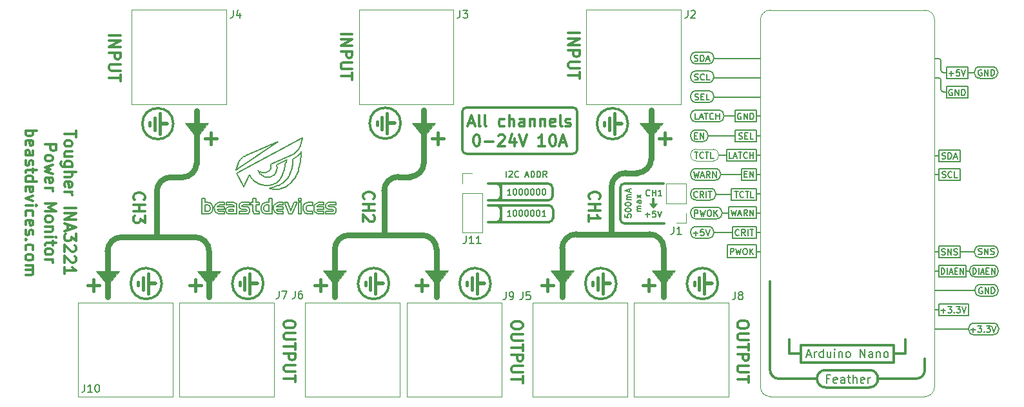
<source format=gbr>
%TF.GenerationSoftware,KiCad,Pcbnew,(5.1.6)-1*%
%TF.CreationDate,2020-09-09T14:21:18+02:00*%
%TF.ProjectId,TougherPowerMeter-FeatherWing,546f7567-6865-4725-906f-7765724d6574,rev?*%
%TF.SameCoordinates,Original*%
%TF.FileFunction,Legend,Top*%
%TF.FilePolarity,Positive*%
%FSLAX46Y46*%
G04 Gerber Fmt 4.6, Leading zero omitted, Abs format (unit mm)*
G04 Created by KiCad (PCBNEW (5.1.6)-1) date 2020-09-09 14:21:18*
%MOMM*%
%LPD*%
G01*
G04 APERTURE LIST*
%ADD10C,0.300000*%
%ADD11C,0.140000*%
%ADD12C,0.210000*%
%ADD13C,0.150000*%
%ADD14C,0.100000*%
%ADD15C,0.400000*%
%ADD16C,0.500000*%
%ADD17C,0.800000*%
%ADD18C,0.120000*%
%ADD19C,0.200000*%
G04 APERTURE END LIST*
D10*
X167575500Y-71678500D02*
X167575500Y-66708000D01*
X167575500Y-71678500D02*
G75*
G02*
X167004000Y-72250000I-571500J0D01*
G01*
X167004000Y-66136500D02*
G75*
G02*
X167575500Y-66708000I0J-571500D01*
G01*
X152482000Y-66708000D02*
G75*
G02*
X153053500Y-66136500I571500J0D01*
G01*
X153053500Y-72250000D02*
X167004000Y-72250000D01*
X152482000Y-71678500D02*
X152482000Y-66708000D01*
X153053500Y-66136500D02*
X167004000Y-66136500D01*
X153053500Y-72250000D02*
G75*
G02*
X152482000Y-71678500I0J571500D01*
G01*
X153289714Y-68225000D02*
X154004000Y-68225000D01*
X153146857Y-68653571D02*
X153646857Y-67153571D01*
X154146857Y-68653571D01*
X154861142Y-68653571D02*
X154718285Y-68582142D01*
X154646857Y-68439285D01*
X154646857Y-67153571D01*
X155646857Y-68653571D02*
X155504000Y-68582142D01*
X155432571Y-68439285D01*
X155432571Y-67153571D01*
X158004000Y-68582142D02*
X157861142Y-68653571D01*
X157575428Y-68653571D01*
X157432571Y-68582142D01*
X157361142Y-68510714D01*
X157289714Y-68367857D01*
X157289714Y-67939285D01*
X157361142Y-67796428D01*
X157432571Y-67725000D01*
X157575428Y-67653571D01*
X157861142Y-67653571D01*
X158004000Y-67725000D01*
X158646857Y-68653571D02*
X158646857Y-67153571D01*
X159289714Y-68653571D02*
X159289714Y-67867857D01*
X159218285Y-67725000D01*
X159075428Y-67653571D01*
X158861142Y-67653571D01*
X158718285Y-67725000D01*
X158646857Y-67796428D01*
X160646857Y-68653571D02*
X160646857Y-67867857D01*
X160575428Y-67725000D01*
X160432571Y-67653571D01*
X160146857Y-67653571D01*
X160004000Y-67725000D01*
X160646857Y-68582142D02*
X160504000Y-68653571D01*
X160146857Y-68653571D01*
X160004000Y-68582142D01*
X159932571Y-68439285D01*
X159932571Y-68296428D01*
X160004000Y-68153571D01*
X160146857Y-68082142D01*
X160504000Y-68082142D01*
X160646857Y-68010714D01*
X161361142Y-67653571D02*
X161361142Y-68653571D01*
X161361142Y-67796428D02*
X161432571Y-67725000D01*
X161575428Y-67653571D01*
X161789714Y-67653571D01*
X161932571Y-67725000D01*
X162004000Y-67867857D01*
X162004000Y-68653571D01*
X162718285Y-67653571D02*
X162718285Y-68653571D01*
X162718285Y-67796428D02*
X162789714Y-67725000D01*
X162932571Y-67653571D01*
X163146857Y-67653571D01*
X163289714Y-67725000D01*
X163361142Y-67867857D01*
X163361142Y-68653571D01*
X164646857Y-68582142D02*
X164504000Y-68653571D01*
X164218285Y-68653571D01*
X164075428Y-68582142D01*
X164004000Y-68439285D01*
X164004000Y-67867857D01*
X164075428Y-67725000D01*
X164218285Y-67653571D01*
X164504000Y-67653571D01*
X164646857Y-67725000D01*
X164718285Y-67867857D01*
X164718285Y-68010714D01*
X164004000Y-68153571D01*
X165575428Y-68653571D02*
X165432571Y-68582142D01*
X165361142Y-68439285D01*
X165361142Y-67153571D01*
X166075428Y-68582142D02*
X166218285Y-68653571D01*
X166504000Y-68653571D01*
X166646857Y-68582142D01*
X166718285Y-68439285D01*
X166718285Y-68367857D01*
X166646857Y-68225000D01*
X166504000Y-68153571D01*
X166289714Y-68153571D01*
X166146857Y-68082142D01*
X166075428Y-67939285D01*
X166075428Y-67867857D01*
X166146857Y-67725000D01*
X166289714Y-67653571D01*
X166504000Y-67653571D01*
X166646857Y-67725000D01*
X154289714Y-69703571D02*
X154432571Y-69703571D01*
X154575428Y-69775000D01*
X154646857Y-69846428D01*
X154718285Y-69989285D01*
X154789714Y-70275000D01*
X154789714Y-70632142D01*
X154718285Y-70917857D01*
X154646857Y-71060714D01*
X154575428Y-71132142D01*
X154432571Y-71203571D01*
X154289714Y-71203571D01*
X154146857Y-71132142D01*
X154075428Y-71060714D01*
X154004000Y-70917857D01*
X153932571Y-70632142D01*
X153932571Y-70275000D01*
X154004000Y-69989285D01*
X154075428Y-69846428D01*
X154146857Y-69775000D01*
X154289714Y-69703571D01*
X155432571Y-70632142D02*
X156575428Y-70632142D01*
X157218285Y-69846428D02*
X157289714Y-69775000D01*
X157432571Y-69703571D01*
X157789714Y-69703571D01*
X157932571Y-69775000D01*
X158004000Y-69846428D01*
X158075428Y-69989285D01*
X158075428Y-70132142D01*
X158004000Y-70346428D01*
X157146857Y-71203571D01*
X158075428Y-71203571D01*
X159361142Y-70203571D02*
X159361142Y-71203571D01*
X159004000Y-69632142D02*
X158646857Y-70703571D01*
X159575428Y-70703571D01*
X159932571Y-69703571D02*
X160432571Y-71203571D01*
X160932571Y-69703571D01*
X163361142Y-71203571D02*
X162504000Y-71203571D01*
X162932571Y-71203571D02*
X162932571Y-69703571D01*
X162789714Y-69917857D01*
X162646857Y-70060714D01*
X162504000Y-70132142D01*
X164289714Y-69703571D02*
X164432571Y-69703571D01*
X164575428Y-69775000D01*
X164646857Y-69846428D01*
X164718285Y-69989285D01*
X164789714Y-70275000D01*
X164789714Y-70632142D01*
X164718285Y-70917857D01*
X164646857Y-71060714D01*
X164575428Y-71132142D01*
X164432571Y-71203571D01*
X164289714Y-71203571D01*
X164146857Y-71132142D01*
X164075428Y-71060714D01*
X164004000Y-70917857D01*
X163932571Y-70632142D01*
X163932571Y-70275000D01*
X164004000Y-69989285D01*
X164075428Y-69846428D01*
X164146857Y-69775000D01*
X164289714Y-69703571D01*
X165361142Y-70775000D02*
X166075428Y-70775000D01*
X165218285Y-71203571D02*
X165718285Y-69703571D01*
X166218285Y-71203571D01*
D11*
X129953806Y-80130125D02*
X129750232Y-80130125D01*
X133703183Y-79794482D02*
X133561976Y-79761944D01*
X133561976Y-79761944D02*
X133446429Y-79660597D01*
X133446429Y-79660597D02*
X133407181Y-79531093D01*
X135608359Y-79227027D02*
X135030992Y-79227027D01*
X128980365Y-79531093D02*
X128980365Y-79237282D01*
X127094609Y-78121181D02*
X127094609Y-78647819D01*
X128981184Y-80131084D02*
X128981184Y-79794482D01*
X135874001Y-78649051D02*
X134925033Y-78649051D01*
X133407181Y-79531093D02*
X134297224Y-79531093D01*
X134297224Y-79237282D02*
X133406229Y-79237282D01*
X128290349Y-80131084D02*
X128981184Y-80131084D01*
X129520814Y-78648778D02*
X129953806Y-79695019D01*
X126719995Y-78647819D02*
X126564890Y-78664330D01*
X126564890Y-78664330D02*
X126430262Y-78710991D01*
X126430262Y-78710991D02*
X126266528Y-78828094D01*
X126266528Y-78828094D02*
X126148394Y-78988808D01*
X126148394Y-78988808D02*
X126075578Y-79178596D01*
X126075578Y-79178596D02*
X126047799Y-79382920D01*
X126047799Y-79382920D02*
X126064775Y-79587244D01*
X126064775Y-79587244D02*
X126126224Y-79777032D01*
X126126224Y-79777032D02*
X126231864Y-79937746D01*
X126231864Y-79937746D02*
X126381414Y-80054849D01*
X126381414Y-80054849D02*
X126574591Y-80113804D01*
X126574591Y-80113804D02*
X126648630Y-80118022D01*
X129109704Y-78648778D02*
X129520814Y-78648778D01*
X129953806Y-79695019D02*
X130386791Y-78648778D01*
X128981184Y-78647819D02*
X128290349Y-78647819D01*
X134298456Y-80131084D02*
X134298456Y-79794482D01*
X127470719Y-80118022D02*
X127470719Y-78121181D01*
X134939117Y-79525415D02*
X135420234Y-79525415D01*
X132990604Y-79389518D02*
X133005855Y-79567551D01*
X133005855Y-79567551D02*
X133047544Y-79714692D01*
X133047544Y-79714692D02*
X133133708Y-79867877D01*
X133133708Y-79867877D02*
X133241564Y-79978263D01*
X133241564Y-79978263D02*
X133384857Y-80066613D01*
X133384857Y-80066613D02*
X133531954Y-80117694D01*
X133531954Y-80117694D02*
X133607612Y-80131084D01*
X127673745Y-79389518D02*
X127688986Y-79567551D01*
X127688986Y-79567551D02*
X127730648Y-79714692D01*
X127730648Y-79714692D02*
X127816756Y-79867877D01*
X127816756Y-79867877D02*
X127924541Y-79978263D01*
X127924541Y-79978263D02*
X128067740Y-80066613D01*
X128067740Y-80066613D02*
X128214741Y-80117694D01*
X128214741Y-80117694D02*
X128290349Y-80131084D01*
X127470719Y-78121181D02*
X127094609Y-78121181D01*
X133607612Y-78647819D02*
X133464507Y-78680560D01*
X133464507Y-78680560D02*
X133327992Y-78741782D01*
X133327992Y-78741782D02*
X133213358Y-78824629D01*
X133213358Y-78824629D02*
X133109569Y-78945088D01*
X133109569Y-78945088D02*
X133031087Y-79110085D01*
X133031087Y-79110085D02*
X132997533Y-79267228D01*
X132997533Y-79267228D02*
X132990604Y-79389518D01*
X135564609Y-80135522D02*
X135725026Y-80096485D01*
X135725026Y-80096485D02*
X135839608Y-79993569D01*
X135839608Y-79993569D02*
X135909137Y-79848068D01*
X135909137Y-79848068D02*
X135934395Y-79681274D01*
X135934395Y-79681274D02*
X135916165Y-79514480D01*
X135916165Y-79514480D02*
X135855227Y-79368979D01*
X135855227Y-79368979D02*
X135752364Y-79266063D01*
X135752364Y-79266063D02*
X135608359Y-79227027D01*
X128386459Y-78984421D02*
X128981184Y-78984421D01*
X126648630Y-80118022D02*
X127470719Y-80118022D01*
X134298456Y-78984421D02*
X134298456Y-78647819D01*
X129750232Y-80130125D02*
X129109704Y-78648778D01*
X134297224Y-79531093D02*
X134297224Y-79237282D01*
X133607612Y-80131084D02*
X134298456Y-80131084D01*
X133406229Y-79237282D02*
X133445208Y-79091605D01*
X133445208Y-79091605D02*
X133557265Y-79003493D01*
X133557265Y-79003493D02*
X133696387Y-78983830D01*
X133696387Y-78983830D02*
X133703588Y-78984421D01*
X135874001Y-78941357D02*
X135874001Y-78649051D01*
X128089916Y-79531093D02*
X128980365Y-79531093D01*
X128290349Y-78647819D02*
X128147337Y-78680560D01*
X128147337Y-78680560D02*
X128010912Y-78741782D01*
X128010912Y-78741782D02*
X127896353Y-78824629D01*
X127896353Y-78824629D02*
X127792632Y-78945088D01*
X127792632Y-78945088D02*
X127714202Y-79110085D01*
X127714202Y-79110085D02*
X127680669Y-79267228D01*
X127680669Y-79267228D02*
X127673745Y-79389518D01*
X130157109Y-80130125D02*
X129953806Y-80130125D01*
X134298456Y-78647819D02*
X133607612Y-78647819D01*
X128089370Y-79237282D02*
X128128316Y-79091605D01*
X128128316Y-79091605D02*
X128240271Y-79003493D01*
X128240271Y-79003493D02*
X128379265Y-78983830D01*
X128379265Y-78983830D02*
X128386459Y-78984421D01*
X128980365Y-79237282D02*
X128089370Y-79237282D01*
X135433632Y-79819500D02*
X135290423Y-79819500D01*
X135290423Y-79819500D02*
X135115602Y-79819500D01*
X135115602Y-79819500D02*
X134961129Y-79819500D01*
X134961129Y-79819500D02*
X134810379Y-79819500D01*
X134810379Y-79819500D02*
X134650687Y-79819500D01*
X134650687Y-79819500D02*
X134532655Y-79819500D01*
X128385911Y-79794482D02*
X128244919Y-79761944D01*
X128244919Y-79761944D02*
X128129264Y-79660597D01*
X128129264Y-79660597D02*
X128089916Y-79531093D01*
X128981184Y-79794482D02*
X128385911Y-79794482D01*
X130797628Y-78648778D02*
X130157109Y-80130125D01*
X133703588Y-78984421D02*
X134298456Y-78984421D01*
X130386791Y-78648778D02*
X130797628Y-78648778D01*
X135030992Y-79227027D02*
X134917614Y-79138735D01*
X134917614Y-79138735D02*
X134934862Y-78992507D01*
X134934862Y-78992507D02*
X135051775Y-78941357D01*
X135420234Y-79525415D02*
X135543144Y-79593623D01*
X135543144Y-79593623D02*
X135558467Y-79739139D01*
X135558467Y-79739139D02*
X135433632Y-79819500D01*
X134532655Y-80135522D02*
X135564609Y-80135522D01*
X134298456Y-79794482D02*
X133703183Y-79794482D01*
X128981184Y-78984421D02*
X128981184Y-78647819D01*
X134532655Y-79819500D02*
X134532655Y-80135522D01*
X134925033Y-78649051D02*
X134757517Y-78686707D01*
X134757517Y-78686707D02*
X134633441Y-78785982D01*
X134633441Y-78785982D02*
X134555266Y-78926338D01*
X134555266Y-78926338D02*
X134525457Y-79087233D01*
X134525457Y-79087233D02*
X134546474Y-79248127D01*
X134546474Y-79248127D02*
X134620782Y-79388483D01*
X134620782Y-79388483D02*
X134750842Y-79487758D01*
X134750842Y-79487758D02*
X134886455Y-79522901D01*
X134886455Y-79522901D02*
X134939117Y-79525415D01*
X127094609Y-78647819D02*
X126719995Y-78647819D01*
X135051775Y-78941357D02*
X135874001Y-78941357D01*
X121498982Y-78944087D02*
X121662364Y-78943451D01*
X121662364Y-78943451D02*
X121809467Y-78942925D01*
X121809467Y-78942925D02*
X121973233Y-78942398D01*
X121973233Y-78942398D02*
X122133046Y-78941977D01*
X122133046Y-78941977D02*
X122290578Y-78941763D01*
X121809609Y-80131084D02*
X122854546Y-80131084D01*
X121822592Y-79665829D02*
X121894015Y-79542170D01*
X121894015Y-79542170D02*
X121984469Y-79516735D01*
X129232478Y-73602695D02*
X129285605Y-73466595D01*
X129285605Y-73466595D02*
X129343698Y-73324227D01*
X129343698Y-73324227D02*
X129402185Y-73182895D01*
X129402185Y-73182895D02*
X129457059Y-73051404D01*
X129457059Y-73051404D02*
X129465444Y-73031411D01*
X122469819Y-79516735D02*
X122469819Y-79815125D01*
X122752962Y-74339438D02*
X123121421Y-73348672D01*
X121984469Y-79516735D02*
X122469819Y-79516735D01*
X118691730Y-78963778D02*
X118691730Y-79806305D01*
X123767003Y-76586781D02*
X124513078Y-74967758D01*
X127331809Y-73631948D02*
X130185268Y-72330214D01*
X127689194Y-73469085D02*
X127331809Y-73631948D01*
X129414722Y-75625170D02*
X129570413Y-75432896D01*
X129570413Y-75432896D02*
X129705280Y-75227267D01*
X129705280Y-75227267D02*
X129820811Y-75011835D01*
X129820811Y-75011835D02*
X129918492Y-74790157D01*
X129918492Y-74790157D02*
X129999811Y-74565785D01*
X129999811Y-74565785D02*
X130066255Y-74342276D01*
X130066255Y-74342276D02*
X130119312Y-74123183D01*
X130119312Y-74123183D02*
X130160469Y-73912062D01*
X130160469Y-73912062D02*
X130191214Y-73712466D01*
X130191214Y-73712466D02*
X130213033Y-73527950D01*
X130213033Y-73527950D02*
X130227415Y-73362068D01*
X130227415Y-73362068D02*
X130235847Y-73218377D01*
X130235847Y-73218377D02*
X130240591Y-73052220D01*
X130240591Y-73052220D02*
X130239819Y-72936595D01*
X127170348Y-76735468D02*
X127345947Y-76709612D01*
X127345947Y-76709612D02*
X127512011Y-76676022D01*
X127512011Y-76676022D02*
X127719531Y-76623717D01*
X127719531Y-76623717D02*
X127876455Y-76576668D01*
X127876455Y-76576668D02*
X128045123Y-76518629D01*
X128045123Y-76518629D02*
X128222863Y-76448532D01*
X128222863Y-76448532D02*
X128407001Y-76365308D01*
X128407001Y-76365308D02*
X128594866Y-76267888D01*
X128594866Y-76267888D02*
X128783786Y-76155203D01*
X128783786Y-76155203D02*
X128971087Y-76026185D01*
X128971087Y-76026185D02*
X129154097Y-75879766D01*
X129154097Y-75879766D02*
X129330144Y-75714875D01*
X129330144Y-75714875D02*
X129414722Y-75625170D01*
X128292398Y-70665082D02*
X122752962Y-74339438D01*
X128648824Y-76847951D02*
X128469273Y-76889743D01*
X128469273Y-76889743D02*
X128325611Y-76911747D01*
X128325611Y-76911747D02*
X128176984Y-76925357D01*
X128176984Y-76925357D02*
X128025862Y-76930223D01*
X128025862Y-76930223D02*
X127874720Y-76925996D01*
X127874720Y-76925996D02*
X127726029Y-76912327D01*
X127726029Y-76912327D02*
X127582262Y-76888867D01*
X127582262Y-76888867D02*
X127445892Y-76855267D01*
X127445892Y-76855267D02*
X127279844Y-76794088D01*
X127279844Y-76794088D02*
X127170348Y-76735468D01*
X131080778Y-73986904D02*
X131018037Y-74227540D01*
X131018037Y-74227540D02*
X130943246Y-74464930D01*
X130943246Y-74464930D02*
X130856435Y-74698003D01*
X130856435Y-74698003D02*
X130757637Y-74925689D01*
X130757637Y-74925689D02*
X130646885Y-75146915D01*
X130646885Y-75146915D02*
X130524210Y-75360613D01*
X130524210Y-75360613D02*
X130389644Y-75565711D01*
X130389644Y-75565711D02*
X130243221Y-75761139D01*
X130243221Y-75761139D02*
X130084972Y-75945826D01*
X130084972Y-75945826D02*
X129914930Y-76118701D01*
X129914930Y-76118701D02*
X129733127Y-76278694D01*
X129733127Y-76278694D02*
X129539595Y-76424734D01*
X129539595Y-76424734D02*
X129334366Y-76555750D01*
X129334366Y-76555750D02*
X129117473Y-76670672D01*
X129117473Y-76670672D02*
X128888948Y-76768429D01*
X128888948Y-76768429D02*
X128648824Y-76847951D01*
X129465444Y-73031411D02*
X128121773Y-73730767D01*
X121498982Y-78647819D02*
X121498982Y-78944087D01*
X124519370Y-78649051D02*
X123570681Y-78649051D01*
X122495929Y-79222792D02*
X121844469Y-79222792D01*
X118691730Y-79806305D02*
X118846283Y-79806768D01*
X118846283Y-79806768D02*
X118994480Y-79800516D01*
X118994480Y-79800516D02*
X119152490Y-79768015D01*
X119152490Y-79768015D02*
X119275619Y-79689538D01*
X119275619Y-79689538D02*
X119349835Y-79545279D01*
X119349835Y-79545279D02*
X119365209Y-79402783D01*
X119365209Y-79402783D02*
X119350289Y-79246061D01*
X119350289Y-79246061D02*
X119293654Y-79108845D01*
X119293654Y-79108845D02*
X119179693Y-79013266D01*
X119179693Y-79013266D02*
X119027563Y-78972036D01*
X119027563Y-78972036D02*
X118880806Y-78963145D01*
X118880806Y-78963145D02*
X118723734Y-78963674D01*
X118723734Y-78963674D02*
X118691730Y-78963778D01*
X122434679Y-78647819D02*
X121498982Y-78647819D01*
X123121421Y-73348672D02*
X123202013Y-73193202D01*
X123202013Y-73193202D02*
X123281949Y-73062745D01*
X123281949Y-73062745D02*
X123386720Y-72927595D01*
X123386720Y-72927595D02*
X123503793Y-72814793D01*
X123503793Y-72814793D02*
X123640570Y-72715044D01*
X123640570Y-72715044D02*
X123769154Y-72638395D01*
X123769154Y-72638395D02*
X123918877Y-72559391D01*
X123918877Y-72559391D02*
X123960056Y-72538715D01*
X122854546Y-79060301D02*
X122826997Y-78898463D01*
X122826997Y-78898463D02*
X122739815Y-78768223D01*
X122739815Y-78768223D02*
X122605454Y-78685143D01*
X122605454Y-78685143D02*
X122462227Y-78649925D01*
X122462227Y-78649925D02*
X122434679Y-78647819D01*
X122854546Y-80131084D02*
X122854546Y-79964078D01*
X122854546Y-79964078D02*
X122854546Y-79787248D01*
X122854546Y-79787248D02*
X122854546Y-79620401D01*
X122854546Y-79620401D02*
X122854546Y-79442796D01*
X122854546Y-79442796D02*
X122854546Y-79265331D01*
X122854546Y-79265331D02*
X122854546Y-79098905D01*
X122854546Y-79098905D02*
X122854546Y-79060301D01*
X128121773Y-73730767D02*
X128143657Y-73870535D01*
X128143657Y-73870535D02*
X128151884Y-74012625D01*
X128151884Y-74012625D02*
X128146488Y-74155376D01*
X128146488Y-74155376D02*
X128127505Y-74297123D01*
X128127505Y-74297123D02*
X128094968Y-74436205D01*
X128094968Y-74436205D02*
X128048912Y-74570957D01*
X128048912Y-74570957D02*
X127989371Y-74699719D01*
X127989371Y-74699719D02*
X127916381Y-74820827D01*
X127916381Y-74820827D02*
X127829974Y-74932617D01*
X127829974Y-74932617D02*
X127730187Y-75033428D01*
X127730187Y-75033428D02*
X127656245Y-75093715D01*
X127331809Y-73631948D02*
X127689194Y-73469085D01*
X124513078Y-74967758D02*
X124601070Y-75129104D01*
X124601070Y-75129104D02*
X124714003Y-75301360D01*
X124714003Y-75301360D02*
X124816154Y-75436795D01*
X124816154Y-75436795D02*
X124940474Y-75581926D01*
X124940474Y-75581926D02*
X125087543Y-75730941D01*
X125087543Y-75730941D02*
X125257942Y-75878027D01*
X125257942Y-75878027D02*
X125452253Y-76017371D01*
X125452253Y-76017371D02*
X125671056Y-76143160D01*
X125671056Y-76143160D02*
X125914932Y-76249580D01*
X125914932Y-76249580D02*
X126184463Y-76330819D01*
X126184463Y-76330819D02*
X126329030Y-76360180D01*
X126329030Y-76360180D02*
X126480228Y-76381065D01*
X126480228Y-76381065D02*
X126638131Y-76392748D01*
X126638131Y-76392748D02*
X126802810Y-76394503D01*
X126802810Y-76394503D02*
X126974339Y-76385604D01*
X126974339Y-76385604D02*
X127152789Y-76365322D01*
X127152789Y-76365322D02*
X127338235Y-76332933D01*
X122895832Y-74766885D02*
X123767003Y-76586781D01*
X131496949Y-70142545D02*
X122895832Y-74766885D01*
X130239819Y-72936595D02*
X130361702Y-72864032D01*
X130361702Y-72864032D02*
X130488323Y-72787500D01*
X130488323Y-72787500D02*
X130616555Y-72706913D01*
X130616555Y-72706913D02*
X130743270Y-72622185D01*
X130743270Y-72622185D02*
X130865342Y-72533228D01*
X130865342Y-72533228D02*
X130979642Y-72439958D01*
X130979642Y-72439958D02*
X131083043Y-72342286D01*
X131083043Y-72342286D02*
X131198551Y-72205064D01*
X131198551Y-72205064D02*
X131281711Y-72059660D01*
X131281711Y-72059660D02*
X131318393Y-71945116D01*
X125655778Y-74396446D02*
X125762502Y-74502252D01*
X125762502Y-74502252D02*
X125880467Y-74587761D01*
X125880467Y-74587761D02*
X126007207Y-74653517D01*
X126007207Y-74653517D02*
X126140255Y-74700059D01*
X126140255Y-74700059D02*
X126323204Y-74733164D01*
X126323204Y-74733164D02*
X126507140Y-74734358D01*
X126507140Y-74734358D02*
X126686218Y-74704926D01*
X126686218Y-74704926D02*
X126854593Y-74646150D01*
X126854593Y-74646150D02*
X127006421Y-74559315D01*
X127656245Y-75093715D02*
X127538190Y-75170962D01*
X127538190Y-75170962D02*
X127411710Y-75233677D01*
X127411710Y-75233677D02*
X127278409Y-75281521D01*
X127278409Y-75281521D02*
X127139894Y-75314155D01*
X127139894Y-75314155D02*
X126997772Y-75331243D01*
X126997772Y-75331243D02*
X126853649Y-75332445D01*
X126853649Y-75332445D02*
X126709132Y-75317425D01*
X126709132Y-75317425D02*
X126565827Y-75285844D01*
X126565827Y-75285844D02*
X126425339Y-75237363D01*
X126425339Y-75237363D02*
X126289277Y-75171646D01*
X126289277Y-75171646D02*
X126159245Y-75088355D01*
X126159245Y-75088355D02*
X126036851Y-74987150D01*
X126036851Y-74987150D02*
X125923701Y-74867695D01*
X125923701Y-74867695D02*
X125821401Y-74729651D01*
X125821401Y-74729651D02*
X125731558Y-74572681D01*
X125731558Y-74572681D02*
X125655778Y-74396446D01*
X123960056Y-72538715D02*
X128292398Y-70665082D01*
X122469819Y-79815125D02*
X121984469Y-79815125D01*
X121984469Y-79815125D02*
X121854787Y-79755148D01*
X121854787Y-79755148D02*
X121822592Y-79665829D01*
X130185268Y-72330214D02*
X130349663Y-72244611D01*
X130349663Y-72244611D02*
X130499001Y-72146333D01*
X130499001Y-72146333D02*
X130634154Y-72036633D01*
X130634154Y-72036633D02*
X130755994Y-71916769D01*
X130755994Y-71916769D02*
X130865392Y-71787996D01*
X130865392Y-71787996D02*
X130963220Y-71651568D01*
X130963220Y-71651568D02*
X131050349Y-71508742D01*
X131050349Y-71508742D02*
X131127653Y-71360773D01*
X131127653Y-71360773D02*
X131196002Y-71208917D01*
X131196002Y-71208917D02*
X131256268Y-71054429D01*
X131256268Y-71054429D02*
X131309324Y-70898564D01*
X131309324Y-70898564D02*
X131356040Y-70742580D01*
X131356040Y-70742580D02*
X131397289Y-70587730D01*
X131397289Y-70587730D02*
X131433942Y-70435270D01*
X131433942Y-70435270D02*
X131466871Y-70286457D01*
X131466871Y-70286457D02*
X131496949Y-70142545D01*
X127338235Y-76332933D02*
X127502818Y-76292808D01*
X127502818Y-76292808D02*
X127657377Y-76242415D01*
X127657377Y-76242415D02*
X127802235Y-76182488D01*
X127802235Y-76182488D02*
X127937715Y-76113764D01*
X127937715Y-76113764D02*
X128064138Y-76036977D01*
X128064138Y-76036977D02*
X128181828Y-75952862D01*
X128181828Y-75952862D02*
X128291106Y-75862155D01*
X128291106Y-75862155D02*
X128485717Y-75663905D01*
X128485717Y-75663905D02*
X128650553Y-75448110D01*
X128650553Y-75448110D02*
X128788191Y-75220652D01*
X128788191Y-75220652D02*
X128901212Y-74987412D01*
X128901212Y-74987412D02*
X128992195Y-74754274D01*
X128992195Y-74754274D02*
X129063720Y-74527119D01*
X129063720Y-74527119D02*
X129118365Y-74311829D01*
X129118365Y-74311829D02*
X129158712Y-74114287D01*
X129158712Y-74114287D02*
X129187338Y-73940376D01*
X129187338Y-73940376D02*
X129206824Y-73795976D01*
X129206824Y-73795976D02*
X129224557Y-73647579D01*
X129224557Y-73647579D02*
X129232478Y-73602695D01*
X124065875Y-79525415D02*
X124188656Y-79593623D01*
X124188656Y-79593623D02*
X124203967Y-79739139D01*
X124203967Y-79739139D02*
X124079000Y-79819500D01*
X123584625Y-79525415D02*
X124065875Y-79525415D01*
X122290578Y-78941763D02*
X122429276Y-78995948D01*
X122429276Y-78995948D02*
X122490904Y-79133872D01*
X122490904Y-79133872D02*
X122495929Y-79222792D01*
X123570681Y-78649051D02*
X123403113Y-78686707D01*
X123403113Y-78686707D02*
X123278988Y-78785982D01*
X123278988Y-78785982D02*
X123200772Y-78926338D01*
X123200772Y-78926338D02*
X123170930Y-79087233D01*
X123170930Y-79087233D02*
X123191928Y-79248127D01*
X123191928Y-79248127D02*
X123266233Y-79388483D01*
X123266233Y-79388483D02*
X123396310Y-79487758D01*
X123396310Y-79487758D02*
X123531951Y-79522901D01*
X123531951Y-79522901D02*
X123584625Y-79525415D01*
X124519370Y-78941357D02*
X124519370Y-78649051D01*
X131318393Y-71945116D02*
X131314930Y-72120545D01*
X131314930Y-72120545D02*
X131309154Y-72265487D01*
X131309154Y-72265487D02*
X131299069Y-72445758D01*
X131299069Y-72445758D02*
X131283472Y-72656317D01*
X131283472Y-72656317D02*
X131269419Y-72811026D01*
X131269419Y-72811026D02*
X131252027Y-72975459D01*
X131252027Y-72975459D02*
X131230939Y-73148123D01*
X131230939Y-73148123D02*
X131205801Y-73327524D01*
X131205801Y-73327524D02*
X131176256Y-73512167D01*
X131176256Y-73512167D02*
X131141948Y-73700558D01*
X131141948Y-73700558D02*
X131102521Y-73891203D01*
X131102521Y-73891203D02*
X131080778Y-73986904D01*
X127006421Y-74559315D02*
X127134001Y-74447083D01*
X127134001Y-74447083D02*
X127233114Y-74315145D01*
X127233114Y-74315145D02*
X127303790Y-74168686D01*
X127303790Y-74168686D02*
X127346061Y-74012894D01*
X127346061Y-74012894D02*
X127359959Y-73852955D01*
X127359959Y-73852955D02*
X127345515Y-73694055D01*
X127345515Y-73694055D02*
X127331809Y-73631948D01*
X121844469Y-79222792D02*
X121688796Y-79245244D01*
X121688796Y-79245244D02*
X121533981Y-79334166D01*
X121533981Y-79334166D02*
X121437588Y-79470986D01*
X121437588Y-79470986D02*
X121397590Y-79634417D01*
X121397590Y-79634417D02*
X121411958Y-79803169D01*
X121411958Y-79803169D02*
X121478665Y-79955956D01*
X121478665Y-79955956D02*
X121595681Y-80071488D01*
X121595681Y-80071488D02*
X121760978Y-80128478D01*
X121760978Y-80128478D02*
X121809609Y-80131084D01*
X120333860Y-79237282D02*
X120372770Y-79091605D01*
X120372770Y-79091605D02*
X120484781Y-79003493D01*
X120484781Y-79003493D02*
X120623888Y-78983830D01*
X120623888Y-78983830D02*
X120631089Y-78984421D01*
X121225954Y-80131084D02*
X121225954Y-79794482D01*
X125360189Y-78118990D02*
X125360189Y-78649051D01*
X126421263Y-79402783D02*
X126436182Y-79246061D01*
X126436182Y-79246061D02*
X126492815Y-79108845D01*
X126492815Y-79108845D02*
X126606766Y-79013266D01*
X126606766Y-79013266D02*
X126758873Y-78972036D01*
X126758873Y-78972036D02*
X126905595Y-78963145D01*
X126905595Y-78963145D02*
X127062616Y-78963674D01*
X127062616Y-78963674D02*
X127094609Y-78963778D01*
X132336811Y-79004861D02*
X132861537Y-79004721D01*
X132861537Y-80132106D02*
X132861537Y-79799333D01*
X125009916Y-78649051D02*
X125009916Y-78118990D01*
X131338903Y-78105795D02*
X131338903Y-78474527D01*
X118315753Y-80118022D02*
X118315753Y-78121181D01*
X118691730Y-78647819D02*
X119066202Y-78647819D01*
X120630408Y-79794482D02*
X120489388Y-79761944D01*
X120489388Y-79761944D02*
X120373871Y-79660597D01*
X120373871Y-79660597D02*
X120334679Y-79531093D01*
X124210110Y-80135522D02*
X124370567Y-80096485D01*
X124370567Y-80096485D02*
X124485168Y-79993569D01*
X124485168Y-79993569D02*
X124554696Y-79848068D01*
X124554696Y-79848068D02*
X124579936Y-79681274D01*
X124579936Y-79681274D02*
X124561674Y-79514480D01*
X124561674Y-79514480D02*
X124500696Y-79368979D01*
X124500696Y-79368979D02*
X124397785Y-79266063D01*
X124397785Y-79266063D02*
X124253728Y-79227027D01*
X125009916Y-78941763D02*
X124713102Y-78941763D01*
X124713102Y-78941763D02*
X124713102Y-78649051D01*
X125009916Y-79774448D02*
X125009916Y-78941763D01*
X125784431Y-79819500D02*
X125784431Y-80129985D01*
X125784431Y-78649051D02*
X125784431Y-78941763D01*
X125312064Y-80129985D02*
X125168885Y-80097174D01*
X125168885Y-80097174D02*
X125060229Y-79985374D01*
X125060229Y-79985374D02*
X125015215Y-79842999D01*
X125015215Y-79842999D02*
X125009916Y-79774448D01*
X125360189Y-78941763D02*
X125360189Y-79582704D01*
X125784431Y-80129985D02*
X125633135Y-80129985D01*
X125633135Y-80129985D02*
X125470953Y-80129985D01*
X125470953Y-80129985D02*
X125312064Y-80129985D01*
X125535056Y-79819500D02*
X125784431Y-79819500D01*
X127094609Y-79806305D02*
X126940107Y-79806768D01*
X126940107Y-79806768D02*
X126791947Y-79800516D01*
X126791947Y-79800516D02*
X126633964Y-79768015D01*
X126633964Y-79768015D02*
X126510848Y-79689538D01*
X126510848Y-79689538D02*
X126436636Y-79545279D01*
X126436636Y-79545279D02*
X126421263Y-79402783D01*
X127094609Y-78963778D02*
X127094609Y-79806305D01*
X120631089Y-78984421D02*
X121225954Y-78984421D01*
X131562849Y-79389931D02*
X131578310Y-79582662D01*
X131578310Y-79582662D02*
X131620571Y-79738766D01*
X131620571Y-79738766D02*
X131707919Y-79896599D01*
X131707919Y-79896599D02*
X131817256Y-80005322D01*
X131817256Y-80005322D02*
X131962518Y-80086102D01*
X131962518Y-80086102D02*
X132111635Y-80125770D01*
X132111635Y-80125770D02*
X132188332Y-80132106D01*
X130940911Y-78105795D02*
X131338903Y-78105795D01*
X131338903Y-78648638D02*
X131338903Y-80131217D01*
X119066202Y-78647819D02*
X119221332Y-78664330D01*
X119221332Y-78664330D02*
X119355986Y-78710991D01*
X119355986Y-78710991D02*
X119519757Y-78828094D01*
X119519757Y-78828094D02*
X119637924Y-78988808D01*
X119637924Y-78988808D02*
X119710768Y-79178596D01*
X119710768Y-79178596D02*
X119738569Y-79382920D01*
X119738569Y-79382920D02*
X119721609Y-79587244D01*
X119721609Y-79587244D02*
X119660167Y-79777032D01*
X119660167Y-79777032D02*
X119554524Y-79937746D01*
X119554524Y-79937746D02*
X119404961Y-80054849D01*
X119404961Y-80054849D02*
X119211759Y-80113804D01*
X119211759Y-80113804D02*
X119137709Y-80118022D01*
X119137709Y-80118022D02*
X118315753Y-80118022D01*
X125009916Y-78118990D02*
X125360189Y-78118990D01*
X123178156Y-79819500D02*
X123178156Y-80135522D01*
X120534978Y-80131084D02*
X121225954Y-80131084D01*
X120534978Y-78647819D02*
X120391967Y-78680560D01*
X120391967Y-78680560D02*
X120255542Y-78741782D01*
X120255542Y-78741782D02*
X120140982Y-78824629D01*
X120140982Y-78824629D02*
X120037262Y-78945088D01*
X120037262Y-78945088D02*
X119958832Y-79110085D01*
X119958832Y-79110085D02*
X119925299Y-79267228D01*
X119925299Y-79267228D02*
X119918375Y-79389518D01*
X132861537Y-79004721D02*
X132861537Y-78647819D01*
X124253728Y-79227027D02*
X123676633Y-79227027D01*
X132188332Y-80132106D02*
X132861537Y-80132106D01*
X121224722Y-79237282D02*
X120333860Y-79237282D01*
X123697416Y-78941357D02*
X124519370Y-78941357D01*
X125784431Y-78941763D02*
X125360189Y-78941763D01*
X123676633Y-79227027D02*
X123563223Y-79138735D01*
X123563223Y-79138735D02*
X123580442Y-78992507D01*
X123580442Y-78992507D02*
X123697416Y-78941357D01*
X130940911Y-78474527D02*
X130940911Y-78105795D01*
X118691730Y-78121181D02*
X118691730Y-78647819D01*
X131338903Y-80131217D02*
X130940911Y-80131217D01*
X121225954Y-79794482D02*
X120630408Y-79794482D01*
X125360189Y-78649051D02*
X125784431Y-78649051D01*
X130940911Y-78648638D02*
X131338903Y-78648638D01*
X119918375Y-79389518D02*
X119933616Y-79567551D01*
X119933616Y-79567551D02*
X119975278Y-79714692D01*
X119975278Y-79714692D02*
X120061385Y-79867877D01*
X120061385Y-79867877D02*
X120169171Y-79978263D01*
X120169171Y-79978263D02*
X120312370Y-80066613D01*
X120312370Y-80066613D02*
X120459370Y-80117694D01*
X120459370Y-80117694D02*
X120534978Y-80131084D01*
X132336811Y-79799333D02*
X132172570Y-79765195D01*
X132172570Y-79765195D02*
X132057091Y-79675196D01*
X132057091Y-79675196D02*
X131989456Y-79547957D01*
X131989456Y-79547957D02*
X131968747Y-79402097D01*
X131968747Y-79402097D02*
X131994046Y-79256236D01*
X131994046Y-79256236D02*
X132064435Y-79128997D01*
X132064435Y-79128997D02*
X132178996Y-79038998D01*
X132178996Y-79038998D02*
X132336811Y-79004861D01*
X132861537Y-78647819D02*
X132188332Y-78647819D01*
X130940911Y-80131217D02*
X130940911Y-78648638D01*
X121224722Y-79531093D02*
X121224722Y-79237282D01*
X121225954Y-78984421D02*
X121225954Y-78647819D01*
X120334679Y-79531093D02*
X121224722Y-79531093D01*
X121225954Y-78647819D02*
X120534978Y-78647819D01*
X131338903Y-78474527D02*
X130940911Y-78474527D01*
X118315753Y-78121181D02*
X118691730Y-78121181D01*
X132188332Y-78647819D02*
X132043261Y-78667877D01*
X132043261Y-78667877D02*
X131904871Y-78719753D01*
X131904871Y-78719753D02*
X131760755Y-78823350D01*
X131760755Y-78823350D02*
X131660580Y-78955475D01*
X131660580Y-78955475D02*
X131603888Y-79089300D01*
X131603888Y-79089300D02*
X131569873Y-79257182D01*
X131569873Y-79257182D02*
X131562849Y-79389931D01*
X132861537Y-79799333D02*
X132336811Y-79799333D01*
X125360189Y-79582704D02*
X125378378Y-79729031D01*
X125378378Y-79729031D02*
X125487600Y-79819528D01*
X125487600Y-79819528D02*
X125535056Y-79819500D01*
X124713102Y-78649051D02*
X125009916Y-78649051D01*
X123178156Y-80135522D02*
X124210110Y-80135522D01*
X124079000Y-79819500D02*
X123935804Y-79819500D01*
X123935804Y-79819500D02*
X123761007Y-79819500D01*
X123761007Y-79819500D02*
X123606557Y-79819500D01*
X123606557Y-79819500D02*
X123455833Y-79819500D01*
X123455833Y-79819500D02*
X123296167Y-79819500D01*
X123296167Y-79819500D02*
X123178156Y-79819500D01*
D12*
D11*
D10*
X101732928Y-69212214D02*
X101732928Y-70069357D01*
X100232928Y-69640785D02*
X101732928Y-69640785D01*
X100232928Y-70783642D02*
X100304357Y-70640785D01*
X100375785Y-70569357D01*
X100518642Y-70497928D01*
X100947214Y-70497928D01*
X101090071Y-70569357D01*
X101161500Y-70640785D01*
X101232928Y-70783642D01*
X101232928Y-70997928D01*
X101161500Y-71140785D01*
X101090071Y-71212214D01*
X100947214Y-71283642D01*
X100518642Y-71283642D01*
X100375785Y-71212214D01*
X100304357Y-71140785D01*
X100232928Y-70997928D01*
X100232928Y-70783642D01*
X101232928Y-72569357D02*
X100232928Y-72569357D01*
X101232928Y-71926499D02*
X100447214Y-71926499D01*
X100304357Y-71997928D01*
X100232928Y-72140785D01*
X100232928Y-72355071D01*
X100304357Y-72497928D01*
X100375785Y-72569357D01*
X101232928Y-73926499D02*
X100018642Y-73926499D01*
X99875785Y-73855071D01*
X99804357Y-73783642D01*
X99732928Y-73640785D01*
X99732928Y-73426499D01*
X99804357Y-73283642D01*
X100304357Y-73926499D02*
X100232928Y-73783642D01*
X100232928Y-73497928D01*
X100304357Y-73355071D01*
X100375785Y-73283642D01*
X100518642Y-73212214D01*
X100947214Y-73212214D01*
X101090071Y-73283642D01*
X101161500Y-73355071D01*
X101232928Y-73497928D01*
X101232928Y-73783642D01*
X101161500Y-73926499D01*
X100232928Y-74640785D02*
X101732928Y-74640785D01*
X100232928Y-75283642D02*
X101018642Y-75283642D01*
X101161500Y-75212214D01*
X101232928Y-75069357D01*
X101232928Y-74855071D01*
X101161500Y-74712214D01*
X101090071Y-74640785D01*
X100304357Y-76569357D02*
X100232928Y-76426499D01*
X100232928Y-76140785D01*
X100304357Y-75997928D01*
X100447214Y-75926499D01*
X101018642Y-75926499D01*
X101161500Y-75997928D01*
X101232928Y-76140785D01*
X101232928Y-76426499D01*
X101161500Y-76569357D01*
X101018642Y-76640785D01*
X100875785Y-76640785D01*
X100732928Y-75926499D01*
X100232928Y-77283642D02*
X101232928Y-77283642D01*
X100947214Y-77283642D02*
X101090071Y-77355071D01*
X101161500Y-77426499D01*
X101232928Y-77569357D01*
X101232928Y-77712214D01*
X100232928Y-79355071D02*
X101732928Y-79355071D01*
X100232928Y-80069357D02*
X101732928Y-80069357D01*
X100232928Y-80926500D01*
X101732928Y-80926500D01*
X100661500Y-81569357D02*
X100661500Y-82283642D01*
X100232928Y-81426500D02*
X101732928Y-81926500D01*
X100232928Y-82426500D01*
X101732928Y-82783642D02*
X101732928Y-83712214D01*
X101161500Y-83212214D01*
X101161500Y-83426499D01*
X101090071Y-83569357D01*
X101018642Y-83640785D01*
X100875785Y-83712214D01*
X100518642Y-83712214D01*
X100375785Y-83640785D01*
X100304357Y-83569357D01*
X100232928Y-83426499D01*
X100232928Y-82997928D01*
X100304357Y-82855071D01*
X100375785Y-82783642D01*
X101590071Y-84283642D02*
X101661500Y-84355071D01*
X101732928Y-84497928D01*
X101732928Y-84855071D01*
X101661500Y-84997928D01*
X101590071Y-85069357D01*
X101447214Y-85140785D01*
X101304357Y-85140785D01*
X101090071Y-85069357D01*
X100232928Y-84212214D01*
X100232928Y-85140785D01*
X101590071Y-85712214D02*
X101661500Y-85783642D01*
X101732928Y-85926500D01*
X101732928Y-86283642D01*
X101661500Y-86426500D01*
X101590071Y-86497928D01*
X101447214Y-86569357D01*
X101304357Y-86569357D01*
X101090071Y-86497928D01*
X100232928Y-85640785D01*
X100232928Y-86569357D01*
X100232928Y-87997928D02*
X100232928Y-87140785D01*
X100232928Y-87569357D02*
X101732928Y-87569357D01*
X101518642Y-87426500D01*
X101375785Y-87283642D01*
X101304357Y-87140785D01*
X97682928Y-70997928D02*
X99182928Y-70997928D01*
X99182928Y-71569357D01*
X99111500Y-71712214D01*
X99040071Y-71783642D01*
X98897214Y-71855071D01*
X98682928Y-71855071D01*
X98540071Y-71783642D01*
X98468642Y-71712214D01*
X98397214Y-71569357D01*
X98397214Y-70997928D01*
X97682928Y-72712214D02*
X97754357Y-72569357D01*
X97825785Y-72497928D01*
X97968642Y-72426500D01*
X98397214Y-72426500D01*
X98540071Y-72497928D01*
X98611500Y-72569357D01*
X98682928Y-72712214D01*
X98682928Y-72926500D01*
X98611500Y-73069357D01*
X98540071Y-73140785D01*
X98397214Y-73212214D01*
X97968642Y-73212214D01*
X97825785Y-73140785D01*
X97754357Y-73069357D01*
X97682928Y-72926500D01*
X97682928Y-72712214D01*
X98682928Y-73712214D02*
X97682928Y-73997928D01*
X98397214Y-74283642D01*
X97682928Y-74569357D01*
X98682928Y-74855071D01*
X97754357Y-75997928D02*
X97682928Y-75855071D01*
X97682928Y-75569357D01*
X97754357Y-75426500D01*
X97897214Y-75355071D01*
X98468642Y-75355071D01*
X98611500Y-75426500D01*
X98682928Y-75569357D01*
X98682928Y-75855071D01*
X98611500Y-75997928D01*
X98468642Y-76069357D01*
X98325785Y-76069357D01*
X98182928Y-75355071D01*
X97682928Y-76712214D02*
X98682928Y-76712214D01*
X98397214Y-76712214D02*
X98540071Y-76783642D01*
X98611500Y-76855071D01*
X98682928Y-76997928D01*
X98682928Y-77140785D01*
X97682928Y-78783642D02*
X99182928Y-78783642D01*
X98111500Y-79283642D01*
X99182928Y-79783642D01*
X97682928Y-79783642D01*
X97682928Y-80712214D02*
X97754357Y-80569357D01*
X97825785Y-80497928D01*
X97968642Y-80426500D01*
X98397214Y-80426500D01*
X98540071Y-80497928D01*
X98611500Y-80569357D01*
X98682928Y-80712214D01*
X98682928Y-80926500D01*
X98611500Y-81069357D01*
X98540071Y-81140785D01*
X98397214Y-81212214D01*
X97968642Y-81212214D01*
X97825785Y-81140785D01*
X97754357Y-81069357D01*
X97682928Y-80926500D01*
X97682928Y-80712214D01*
X98682928Y-81855071D02*
X97682928Y-81855071D01*
X98540071Y-81855071D02*
X98611500Y-81926500D01*
X98682928Y-82069357D01*
X98682928Y-82283642D01*
X98611500Y-82426500D01*
X98468642Y-82497928D01*
X97682928Y-82497928D01*
X97682928Y-83212214D02*
X98682928Y-83212214D01*
X99182928Y-83212214D02*
X99111500Y-83140785D01*
X99040071Y-83212214D01*
X99111500Y-83283642D01*
X99182928Y-83212214D01*
X99040071Y-83212214D01*
X98682928Y-83712214D02*
X98682928Y-84283642D01*
X99182928Y-83926500D02*
X97897214Y-83926500D01*
X97754357Y-83997928D01*
X97682928Y-84140785D01*
X97682928Y-84283642D01*
X97682928Y-84997928D02*
X97754357Y-84855071D01*
X97825785Y-84783642D01*
X97968642Y-84712214D01*
X98397214Y-84712214D01*
X98540071Y-84783642D01*
X98611500Y-84855071D01*
X98682928Y-84997928D01*
X98682928Y-85212214D01*
X98611500Y-85355071D01*
X98540071Y-85426500D01*
X98397214Y-85497928D01*
X97968642Y-85497928D01*
X97825785Y-85426500D01*
X97754357Y-85355071D01*
X97682928Y-85212214D01*
X97682928Y-84997928D01*
X97682928Y-86140785D02*
X98682928Y-86140785D01*
X98397214Y-86140785D02*
X98540071Y-86212214D01*
X98611500Y-86283642D01*
X98682928Y-86426500D01*
X98682928Y-86569357D01*
X95132928Y-69176499D02*
X96632928Y-69176499D01*
X96061500Y-69176499D02*
X96132928Y-69319357D01*
X96132928Y-69605071D01*
X96061500Y-69747928D01*
X95990071Y-69819357D01*
X95847214Y-69890785D01*
X95418642Y-69890785D01*
X95275785Y-69819357D01*
X95204357Y-69747928D01*
X95132928Y-69605071D01*
X95132928Y-69319357D01*
X95204357Y-69176499D01*
X95204357Y-71105071D02*
X95132928Y-70962214D01*
X95132928Y-70676499D01*
X95204357Y-70533642D01*
X95347214Y-70462214D01*
X95918642Y-70462214D01*
X96061500Y-70533642D01*
X96132928Y-70676499D01*
X96132928Y-70962214D01*
X96061500Y-71105071D01*
X95918642Y-71176499D01*
X95775785Y-71176499D01*
X95632928Y-70462214D01*
X95132928Y-72462214D02*
X95918642Y-72462214D01*
X96061500Y-72390785D01*
X96132928Y-72247928D01*
X96132928Y-71962214D01*
X96061500Y-71819357D01*
X95204357Y-72462214D02*
X95132928Y-72319357D01*
X95132928Y-71962214D01*
X95204357Y-71819357D01*
X95347214Y-71747928D01*
X95490071Y-71747928D01*
X95632928Y-71819357D01*
X95704357Y-71962214D01*
X95704357Y-72319357D01*
X95775785Y-72462214D01*
X95204357Y-73105071D02*
X95132928Y-73247928D01*
X95132928Y-73533642D01*
X95204357Y-73676499D01*
X95347214Y-73747928D01*
X95418642Y-73747928D01*
X95561500Y-73676499D01*
X95632928Y-73533642D01*
X95632928Y-73319357D01*
X95704357Y-73176499D01*
X95847214Y-73105071D01*
X95918642Y-73105071D01*
X96061500Y-73176499D01*
X96132928Y-73319357D01*
X96132928Y-73533642D01*
X96061500Y-73676499D01*
X96132928Y-74176499D02*
X96132928Y-74747928D01*
X96632928Y-74390785D02*
X95347214Y-74390785D01*
X95204357Y-74462214D01*
X95132928Y-74605071D01*
X95132928Y-74747928D01*
X95132928Y-75890785D02*
X96632928Y-75890785D01*
X95204357Y-75890785D02*
X95132928Y-75747928D01*
X95132928Y-75462214D01*
X95204357Y-75319357D01*
X95275785Y-75247928D01*
X95418642Y-75176499D01*
X95847214Y-75176499D01*
X95990071Y-75247928D01*
X96061500Y-75319357D01*
X96132928Y-75462214D01*
X96132928Y-75747928D01*
X96061500Y-75890785D01*
X95204357Y-77176500D02*
X95132928Y-77033642D01*
X95132928Y-76747928D01*
X95204357Y-76605071D01*
X95347214Y-76533642D01*
X95918642Y-76533642D01*
X96061500Y-76605071D01*
X96132928Y-76747928D01*
X96132928Y-77033642D01*
X96061500Y-77176500D01*
X95918642Y-77247928D01*
X95775785Y-77247928D01*
X95632928Y-76533642D01*
X96132928Y-77747928D02*
X95132928Y-78105071D01*
X96132928Y-78462214D01*
X95132928Y-79033642D02*
X96132928Y-79033642D01*
X96632928Y-79033642D02*
X96561500Y-78962214D01*
X96490071Y-79033642D01*
X96561500Y-79105071D01*
X96632928Y-79033642D01*
X96490071Y-79033642D01*
X95204357Y-80390785D02*
X95132928Y-80247928D01*
X95132928Y-79962214D01*
X95204357Y-79819357D01*
X95275785Y-79747928D01*
X95418642Y-79676500D01*
X95847214Y-79676500D01*
X95990071Y-79747928D01*
X96061500Y-79819357D01*
X96132928Y-79962214D01*
X96132928Y-80247928D01*
X96061500Y-80390785D01*
X95204357Y-81605071D02*
X95132928Y-81462214D01*
X95132928Y-81176500D01*
X95204357Y-81033642D01*
X95347214Y-80962214D01*
X95918642Y-80962214D01*
X96061500Y-81033642D01*
X96132928Y-81176500D01*
X96132928Y-81462214D01*
X96061500Y-81605071D01*
X95918642Y-81676500D01*
X95775785Y-81676500D01*
X95632928Y-80962214D01*
X95204357Y-82247928D02*
X95132928Y-82390785D01*
X95132928Y-82676500D01*
X95204357Y-82819357D01*
X95347214Y-82890785D01*
X95418642Y-82890785D01*
X95561500Y-82819357D01*
X95632928Y-82676500D01*
X95632928Y-82462214D01*
X95704357Y-82319357D01*
X95847214Y-82247928D01*
X95918642Y-82247928D01*
X96061500Y-82319357D01*
X96132928Y-82462214D01*
X96132928Y-82676500D01*
X96061500Y-82819357D01*
X95275785Y-83533642D02*
X95204357Y-83605071D01*
X95132928Y-83533642D01*
X95204357Y-83462214D01*
X95275785Y-83533642D01*
X95132928Y-83533642D01*
X95204357Y-84890785D02*
X95132928Y-84747928D01*
X95132928Y-84462214D01*
X95204357Y-84319357D01*
X95275785Y-84247928D01*
X95418642Y-84176500D01*
X95847214Y-84176500D01*
X95990071Y-84247928D01*
X96061500Y-84319357D01*
X96132928Y-84462214D01*
X96132928Y-84747928D01*
X96061500Y-84890785D01*
X95132928Y-85747928D02*
X95204357Y-85605071D01*
X95275785Y-85533642D01*
X95418642Y-85462214D01*
X95847214Y-85462214D01*
X95990071Y-85533642D01*
X96061500Y-85605071D01*
X96132928Y-85747928D01*
X96132928Y-85962214D01*
X96061500Y-86105071D01*
X95990071Y-86176500D01*
X95847214Y-86247928D01*
X95418642Y-86247928D01*
X95275785Y-86176500D01*
X95204357Y-86105071D01*
X95132928Y-85962214D01*
X95132928Y-85747928D01*
X95132928Y-86890785D02*
X96132928Y-86890785D01*
X95990071Y-86890785D02*
X96061500Y-86962214D01*
X96132928Y-87105071D01*
X96132928Y-87319357D01*
X96061500Y-87462214D01*
X95918642Y-87533642D01*
X95132928Y-87533642D01*
X95918642Y-87533642D02*
X96061500Y-87605071D01*
X96132928Y-87747928D01*
X96132928Y-87962214D01*
X96061500Y-88105071D01*
X95918642Y-88176500D01*
X95132928Y-88176500D01*
D13*
X173829404Y-80187619D02*
X173829404Y-80568571D01*
X174210357Y-80606666D01*
X174172261Y-80568571D01*
X174134166Y-80492380D01*
X174134166Y-80301904D01*
X174172261Y-80225714D01*
X174210357Y-80187619D01*
X174286547Y-80149523D01*
X174477023Y-80149523D01*
X174553214Y-80187619D01*
X174591309Y-80225714D01*
X174629404Y-80301904D01*
X174629404Y-80492380D01*
X174591309Y-80568571D01*
X174553214Y-80606666D01*
X173829404Y-79654285D02*
X173829404Y-79578095D01*
X173867500Y-79501904D01*
X173905595Y-79463809D01*
X173981785Y-79425714D01*
X174134166Y-79387619D01*
X174324642Y-79387619D01*
X174477023Y-79425714D01*
X174553214Y-79463809D01*
X174591309Y-79501904D01*
X174629404Y-79578095D01*
X174629404Y-79654285D01*
X174591309Y-79730476D01*
X174553214Y-79768571D01*
X174477023Y-79806666D01*
X174324642Y-79844761D01*
X174134166Y-79844761D01*
X173981785Y-79806666D01*
X173905595Y-79768571D01*
X173867500Y-79730476D01*
X173829404Y-79654285D01*
X173829404Y-78892380D02*
X173829404Y-78816190D01*
X173867500Y-78740000D01*
X173905595Y-78701904D01*
X173981785Y-78663809D01*
X174134166Y-78625714D01*
X174324642Y-78625714D01*
X174477023Y-78663809D01*
X174553214Y-78701904D01*
X174591309Y-78740000D01*
X174629404Y-78816190D01*
X174629404Y-78892380D01*
X174591309Y-78968571D01*
X174553214Y-79006666D01*
X174477023Y-79044761D01*
X174324642Y-79082857D01*
X174134166Y-79082857D01*
X173981785Y-79044761D01*
X173905595Y-79006666D01*
X173867500Y-78968571D01*
X173829404Y-78892380D01*
X174629404Y-78282857D02*
X174096071Y-78282857D01*
X174172261Y-78282857D02*
X174134166Y-78244761D01*
X174096071Y-78168571D01*
X174096071Y-78054285D01*
X174134166Y-77978095D01*
X174210357Y-77940000D01*
X174629404Y-77940000D01*
X174210357Y-77940000D02*
X174134166Y-77901904D01*
X174096071Y-77825714D01*
X174096071Y-77711428D01*
X174134166Y-77635238D01*
X174210357Y-77597142D01*
X174629404Y-77597142D01*
X174400833Y-77254285D02*
X174400833Y-76873333D01*
X174629404Y-77330476D02*
X173829404Y-77063809D01*
X174629404Y-76797142D01*
X175979404Y-79768571D02*
X175446071Y-79768571D01*
X175522261Y-79768571D02*
X175484166Y-79730476D01*
X175446071Y-79654285D01*
X175446071Y-79540000D01*
X175484166Y-79463809D01*
X175560357Y-79425714D01*
X175979404Y-79425714D01*
X175560357Y-79425714D02*
X175484166Y-79387619D01*
X175446071Y-79311428D01*
X175446071Y-79197142D01*
X175484166Y-79120952D01*
X175560357Y-79082857D01*
X175979404Y-79082857D01*
X175979404Y-78359047D02*
X175560357Y-78359047D01*
X175484166Y-78397142D01*
X175446071Y-78473333D01*
X175446071Y-78625714D01*
X175484166Y-78701904D01*
X175941309Y-78359047D02*
X175979404Y-78435238D01*
X175979404Y-78625714D01*
X175941309Y-78701904D01*
X175865119Y-78740000D01*
X175788928Y-78740000D01*
X175712738Y-78701904D01*
X175674642Y-78625714D01*
X175674642Y-78435238D01*
X175636547Y-78359047D01*
X175979404Y-78054285D02*
X175446071Y-77635238D01*
X175446071Y-78054285D02*
X175979404Y-77635238D01*
D10*
X173799500Y-81407000D02*
G75*
G02*
X173228000Y-80835500I0J571500D01*
G01*
X173228000Y-76708000D02*
G75*
G02*
X173799500Y-76136500I571500J0D01*
G01*
X173799500Y-81407000D02*
X179006500Y-81407000D01*
X173228000Y-80835500D02*
X173228000Y-76708000D01*
X173799500Y-76136500D02*
X178943000Y-76136500D01*
D14*
G36*
X177546000Y-79375000D02*
G01*
X177038000Y-78803500D01*
X178054000Y-78803500D01*
X177546000Y-79375000D01*
G37*
X177546000Y-79375000D02*
X177038000Y-78803500D01*
X178054000Y-78803500D01*
X177546000Y-79375000D01*
D10*
X177546000Y-78168500D02*
X177546000Y-79184500D01*
D13*
X176500476Y-80257642D02*
X177110000Y-80257642D01*
X176805238Y-80562404D02*
X176805238Y-79952880D01*
X177871904Y-79762404D02*
X177490952Y-79762404D01*
X177452857Y-80143357D01*
X177490952Y-80105261D01*
X177567142Y-80067166D01*
X177757619Y-80067166D01*
X177833809Y-80105261D01*
X177871904Y-80143357D01*
X177910000Y-80219547D01*
X177910000Y-80410023D01*
X177871904Y-80486214D01*
X177833809Y-80524309D01*
X177757619Y-80562404D01*
X177567142Y-80562404D01*
X177490952Y-80524309D01*
X177452857Y-80486214D01*
X178138571Y-79762404D02*
X178405238Y-80562404D01*
X178671904Y-79762404D01*
X177084619Y-77692214D02*
X177046523Y-77730309D01*
X176932238Y-77768404D01*
X176856047Y-77768404D01*
X176741761Y-77730309D01*
X176665571Y-77654119D01*
X176627476Y-77577928D01*
X176589380Y-77425547D01*
X176589380Y-77311261D01*
X176627476Y-77158880D01*
X176665571Y-77082690D01*
X176741761Y-77006500D01*
X176856047Y-76968404D01*
X176932238Y-76968404D01*
X177046523Y-77006500D01*
X177084619Y-77044595D01*
X177427476Y-77768404D02*
X177427476Y-76968404D01*
X177427476Y-77349357D02*
X177884619Y-77349357D01*
X177884619Y-77768404D02*
X177884619Y-76968404D01*
X178684619Y-77768404D02*
X178227476Y-77768404D01*
X178456047Y-77768404D02*
X178456047Y-76968404D01*
X178379857Y-77082690D01*
X178303666Y-77158880D01*
X178227476Y-77196976D01*
D10*
X190098928Y-94579857D02*
X190098928Y-94865571D01*
X190027500Y-95008428D01*
X189884642Y-95151285D01*
X189598928Y-95222714D01*
X189098928Y-95222714D01*
X188813214Y-95151285D01*
X188670357Y-95008428D01*
X188598928Y-94865571D01*
X188598928Y-94579857D01*
X188670357Y-94437000D01*
X188813214Y-94294142D01*
X189098928Y-94222714D01*
X189598928Y-94222714D01*
X189884642Y-94294142D01*
X190027500Y-94437000D01*
X190098928Y-94579857D01*
X190098928Y-95865571D02*
X188884642Y-95865571D01*
X188741785Y-95937000D01*
X188670357Y-96008428D01*
X188598928Y-96151285D01*
X188598928Y-96437000D01*
X188670357Y-96579857D01*
X188741785Y-96651285D01*
X188884642Y-96722714D01*
X190098928Y-96722714D01*
X190098928Y-97222714D02*
X190098928Y-98079857D01*
X188598928Y-97651285D02*
X190098928Y-97651285D01*
X188598928Y-98579857D02*
X190098928Y-98579857D01*
X190098928Y-99151285D01*
X190027500Y-99294142D01*
X189956071Y-99365571D01*
X189813214Y-99437000D01*
X189598928Y-99437000D01*
X189456071Y-99365571D01*
X189384642Y-99294142D01*
X189313214Y-99151285D01*
X189313214Y-98579857D01*
X190098928Y-100079857D02*
X188884642Y-100079857D01*
X188741785Y-100151285D01*
X188670357Y-100222714D01*
X188598928Y-100365571D01*
X188598928Y-100651285D01*
X188670357Y-100794142D01*
X188741785Y-100865571D01*
X188884642Y-100937000D01*
X190098928Y-100937000D01*
X190098928Y-101437000D02*
X190098928Y-102294142D01*
X188598928Y-101865571D02*
X190098928Y-101865571D01*
X130535928Y-94516357D02*
X130535928Y-94802071D01*
X130464500Y-94944928D01*
X130321642Y-95087785D01*
X130035928Y-95159214D01*
X129535928Y-95159214D01*
X129250214Y-95087785D01*
X129107357Y-94944928D01*
X129035928Y-94802071D01*
X129035928Y-94516357D01*
X129107357Y-94373500D01*
X129250214Y-94230642D01*
X129535928Y-94159214D01*
X130035928Y-94159214D01*
X130321642Y-94230642D01*
X130464500Y-94373500D01*
X130535928Y-94516357D01*
X130535928Y-95802071D02*
X129321642Y-95802071D01*
X129178785Y-95873500D01*
X129107357Y-95944928D01*
X129035928Y-96087785D01*
X129035928Y-96373500D01*
X129107357Y-96516357D01*
X129178785Y-96587785D01*
X129321642Y-96659214D01*
X130535928Y-96659214D01*
X130535928Y-97159214D02*
X130535928Y-98016357D01*
X129035928Y-97587785D02*
X130535928Y-97587785D01*
X129035928Y-98516357D02*
X130535928Y-98516357D01*
X130535928Y-99087785D01*
X130464500Y-99230642D01*
X130393071Y-99302071D01*
X130250214Y-99373500D01*
X130035928Y-99373500D01*
X129893071Y-99302071D01*
X129821642Y-99230642D01*
X129750214Y-99087785D01*
X129750214Y-98516357D01*
X130535928Y-100016357D02*
X129321642Y-100016357D01*
X129178785Y-100087785D01*
X129107357Y-100159214D01*
X129035928Y-100302071D01*
X129035928Y-100587785D01*
X129107357Y-100730642D01*
X129178785Y-100802071D01*
X129321642Y-100873500D01*
X130535928Y-100873500D01*
X130535928Y-101373500D02*
X130535928Y-102230642D01*
X129035928Y-101802071D02*
X130535928Y-101802071D01*
X160444428Y-94643357D02*
X160444428Y-94929071D01*
X160373000Y-95071928D01*
X160230142Y-95214785D01*
X159944428Y-95286214D01*
X159444428Y-95286214D01*
X159158714Y-95214785D01*
X159015857Y-95071928D01*
X158944428Y-94929071D01*
X158944428Y-94643357D01*
X159015857Y-94500500D01*
X159158714Y-94357642D01*
X159444428Y-94286214D01*
X159944428Y-94286214D01*
X160230142Y-94357642D01*
X160373000Y-94500500D01*
X160444428Y-94643357D01*
X160444428Y-95929071D02*
X159230142Y-95929071D01*
X159087285Y-96000500D01*
X159015857Y-96071928D01*
X158944428Y-96214785D01*
X158944428Y-96500500D01*
X159015857Y-96643357D01*
X159087285Y-96714785D01*
X159230142Y-96786214D01*
X160444428Y-96786214D01*
X160444428Y-97286214D02*
X160444428Y-98143357D01*
X158944428Y-97714785D02*
X160444428Y-97714785D01*
X158944428Y-98643357D02*
X160444428Y-98643357D01*
X160444428Y-99214785D01*
X160373000Y-99357642D01*
X160301571Y-99429071D01*
X160158714Y-99500500D01*
X159944428Y-99500500D01*
X159801571Y-99429071D01*
X159730142Y-99357642D01*
X159658714Y-99214785D01*
X159658714Y-98643357D01*
X160444428Y-100143357D02*
X159230142Y-100143357D01*
X159087285Y-100214785D01*
X159015857Y-100286214D01*
X158944428Y-100429071D01*
X158944428Y-100714785D01*
X159015857Y-100857642D01*
X159087285Y-100929071D01*
X159230142Y-101000500D01*
X160444428Y-101000500D01*
X160444428Y-101500500D02*
X160444428Y-102357642D01*
X158944428Y-101929071D02*
X160444428Y-101929071D01*
X106112428Y-56670142D02*
X107612428Y-56670142D01*
X106112428Y-57384428D02*
X107612428Y-57384428D01*
X106112428Y-58241571D01*
X107612428Y-58241571D01*
X106112428Y-58955857D02*
X107612428Y-58955857D01*
X107612428Y-59527285D01*
X107541000Y-59670142D01*
X107469571Y-59741571D01*
X107326714Y-59813000D01*
X107112428Y-59813000D01*
X106969571Y-59741571D01*
X106898142Y-59670142D01*
X106826714Y-59527285D01*
X106826714Y-58955857D01*
X107612428Y-60455857D02*
X106398142Y-60455857D01*
X106255285Y-60527285D01*
X106183857Y-60598714D01*
X106112428Y-60741571D01*
X106112428Y-61027285D01*
X106183857Y-61170142D01*
X106255285Y-61241571D01*
X106398142Y-61313000D01*
X107612428Y-61313000D01*
X107612428Y-61813000D02*
X107612428Y-62670142D01*
X106112428Y-62241571D02*
X107612428Y-62241571D01*
X166373928Y-56352642D02*
X167873928Y-56352642D01*
X166373928Y-57066928D02*
X167873928Y-57066928D01*
X166373928Y-57924071D01*
X167873928Y-57924071D01*
X166373928Y-58638357D02*
X167873928Y-58638357D01*
X167873928Y-59209785D01*
X167802500Y-59352642D01*
X167731071Y-59424071D01*
X167588214Y-59495500D01*
X167373928Y-59495500D01*
X167231071Y-59424071D01*
X167159642Y-59352642D01*
X167088214Y-59209785D01*
X167088214Y-58638357D01*
X167873928Y-60138357D02*
X166659642Y-60138357D01*
X166516785Y-60209785D01*
X166445357Y-60281214D01*
X166373928Y-60424071D01*
X166373928Y-60709785D01*
X166445357Y-60852642D01*
X166516785Y-60924071D01*
X166659642Y-60995500D01*
X167873928Y-60995500D01*
X167873928Y-61495500D02*
X167873928Y-62352642D01*
X166373928Y-61924071D02*
X167873928Y-61924071D01*
X136528928Y-56479642D02*
X138028928Y-56479642D01*
X136528928Y-57193928D02*
X138028928Y-57193928D01*
X136528928Y-58051071D01*
X138028928Y-58051071D01*
X136528928Y-58765357D02*
X138028928Y-58765357D01*
X138028928Y-59336785D01*
X137957500Y-59479642D01*
X137886071Y-59551071D01*
X137743214Y-59622500D01*
X137528928Y-59622500D01*
X137386071Y-59551071D01*
X137314642Y-59479642D01*
X137243214Y-59336785D01*
X137243214Y-58765357D01*
X138028928Y-60265357D02*
X136814642Y-60265357D01*
X136671785Y-60336785D01*
X136600357Y-60408214D01*
X136528928Y-60551071D01*
X136528928Y-60836785D01*
X136600357Y-60979642D01*
X136671785Y-61051071D01*
X136814642Y-61122500D01*
X138028928Y-61122500D01*
X138028928Y-61622500D02*
X138028928Y-62479642D01*
X136528928Y-62051071D02*
X138028928Y-62051071D01*
X109446285Y-78307285D02*
X109374857Y-78235857D01*
X109303428Y-78021571D01*
X109303428Y-77878714D01*
X109374857Y-77664428D01*
X109517714Y-77521571D01*
X109660571Y-77450142D01*
X109946285Y-77378714D01*
X110160571Y-77378714D01*
X110446285Y-77450142D01*
X110589142Y-77521571D01*
X110732000Y-77664428D01*
X110803428Y-77878714D01*
X110803428Y-78021571D01*
X110732000Y-78235857D01*
X110660571Y-78307285D01*
X109303428Y-78950142D02*
X110803428Y-78950142D01*
X110089142Y-78950142D02*
X110089142Y-79807285D01*
X109303428Y-79807285D02*
X110803428Y-79807285D01*
X110803428Y-80378714D02*
X110803428Y-81307285D01*
X110232000Y-80807285D01*
X110232000Y-81021571D01*
X110160571Y-81164428D01*
X110089142Y-81235857D01*
X109946285Y-81307285D01*
X109589142Y-81307285D01*
X109446285Y-81235857D01*
X109374857Y-81164428D01*
X109303428Y-81021571D01*
X109303428Y-80593000D01*
X109374857Y-80450142D01*
X109446285Y-80378714D01*
X139608785Y-78180285D02*
X139537357Y-78108857D01*
X139465928Y-77894571D01*
X139465928Y-77751714D01*
X139537357Y-77537428D01*
X139680214Y-77394571D01*
X139823071Y-77323142D01*
X140108785Y-77251714D01*
X140323071Y-77251714D01*
X140608785Y-77323142D01*
X140751642Y-77394571D01*
X140894500Y-77537428D01*
X140965928Y-77751714D01*
X140965928Y-77894571D01*
X140894500Y-78108857D01*
X140823071Y-78180285D01*
X139465928Y-78823142D02*
X140965928Y-78823142D01*
X140251642Y-78823142D02*
X140251642Y-79680285D01*
X139465928Y-79680285D02*
X140965928Y-79680285D01*
X140823071Y-80323142D02*
X140894500Y-80394571D01*
X140965928Y-80537428D01*
X140965928Y-80894571D01*
X140894500Y-81037428D01*
X140823071Y-81108857D01*
X140680214Y-81180285D01*
X140537357Y-81180285D01*
X140323071Y-81108857D01*
X139465928Y-80251714D01*
X139465928Y-81180285D01*
X169263285Y-78180285D02*
X169191857Y-78108857D01*
X169120428Y-77894571D01*
X169120428Y-77751714D01*
X169191857Y-77537428D01*
X169334714Y-77394571D01*
X169477571Y-77323142D01*
X169763285Y-77251714D01*
X169977571Y-77251714D01*
X170263285Y-77323142D01*
X170406142Y-77394571D01*
X170549000Y-77537428D01*
X170620428Y-77751714D01*
X170620428Y-77894571D01*
X170549000Y-78108857D01*
X170477571Y-78180285D01*
X169120428Y-78823142D02*
X170620428Y-78823142D01*
X169906142Y-78823142D02*
X169906142Y-79680285D01*
X169120428Y-79680285D02*
X170620428Y-79680285D01*
X169120428Y-81180285D02*
X169120428Y-80323142D01*
X169120428Y-80751714D02*
X170620428Y-80751714D01*
X170406142Y-80608857D01*
X170263285Y-80466000D01*
X170191857Y-80323142D01*
D13*
X158268880Y-75307904D02*
X158268880Y-74507904D01*
X158611738Y-74584095D02*
X158649833Y-74546000D01*
X158726023Y-74507904D01*
X158916500Y-74507904D01*
X158992690Y-74546000D01*
X159030785Y-74584095D01*
X159068880Y-74660285D01*
X159068880Y-74736476D01*
X159030785Y-74850761D01*
X158573642Y-75307904D01*
X159068880Y-75307904D01*
X159868880Y-75231714D02*
X159830785Y-75269809D01*
X159716500Y-75307904D01*
X159640309Y-75307904D01*
X159526023Y-75269809D01*
X159449833Y-75193619D01*
X159411738Y-75117428D01*
X159373642Y-74965047D01*
X159373642Y-74850761D01*
X159411738Y-74698380D01*
X159449833Y-74622190D01*
X159526023Y-74546000D01*
X159640309Y-74507904D01*
X159716500Y-74507904D01*
X159830785Y-74546000D01*
X159868880Y-74584095D01*
X160783166Y-75079333D02*
X161164119Y-75079333D01*
X160706976Y-75307904D02*
X160973642Y-74507904D01*
X161240309Y-75307904D01*
X161506976Y-75307904D02*
X161506976Y-74507904D01*
X161697452Y-74507904D01*
X161811738Y-74546000D01*
X161887928Y-74622190D01*
X161926023Y-74698380D01*
X161964119Y-74850761D01*
X161964119Y-74965047D01*
X161926023Y-75117428D01*
X161887928Y-75193619D01*
X161811738Y-75269809D01*
X161697452Y-75307904D01*
X161506976Y-75307904D01*
X162306976Y-75307904D02*
X162306976Y-74507904D01*
X162497452Y-74507904D01*
X162611738Y-74546000D01*
X162687928Y-74622190D01*
X162726023Y-74698380D01*
X162764119Y-74850761D01*
X162764119Y-74965047D01*
X162726023Y-75117428D01*
X162687928Y-75193619D01*
X162611738Y-75269809D01*
X162497452Y-75307904D01*
X162306976Y-75307904D01*
X163564119Y-75307904D02*
X163297452Y-74926952D01*
X163106976Y-75307904D02*
X163106976Y-74507904D01*
X163411738Y-74507904D01*
X163487928Y-74546000D01*
X163526023Y-74584095D01*
X163564119Y-74660285D01*
X163564119Y-74774571D01*
X163526023Y-74850761D01*
X163487928Y-74888857D01*
X163411738Y-74926952D01*
X163106976Y-74926952D01*
D10*
X164385500Y-80661000D02*
G75*
G02*
X163814000Y-81232500I-571500J0D01*
G01*
X164385500Y-79581500D02*
X164385500Y-80724500D01*
X156956000Y-81232500D02*
X163877500Y-81232500D01*
X157083000Y-79010000D02*
X163814000Y-79010000D01*
X163814000Y-79010000D02*
G75*
G02*
X164385500Y-79581500I0J-571500D01*
G01*
X156956000Y-78375000D02*
X163814000Y-78375000D01*
X156956000Y-76152500D02*
X163750500Y-76152500D01*
X164322000Y-76724000D02*
X164322000Y-77867000D01*
X164322000Y-77803500D02*
G75*
G02*
X163750500Y-78375000I-571500J0D01*
G01*
X163750500Y-76152500D02*
G75*
G02*
X164322000Y-76724000I0J-571500D01*
G01*
X157527500Y-79073500D02*
X157527500Y-81169000D01*
X155876500Y-81232500D02*
X156956000Y-81232500D01*
X157527500Y-80661000D02*
G75*
G02*
X156956000Y-81232500I-571500J0D01*
G01*
X156956000Y-79010000D02*
G75*
G02*
X157527500Y-79581500I0J-571500D01*
G01*
X155876500Y-79010000D02*
X156956000Y-79010000D01*
X155876500Y-78375000D02*
X156956000Y-78375000D01*
X157527500Y-77803500D02*
G75*
G02*
X156956000Y-78375000I-571500J0D01*
G01*
X155876500Y-76152500D02*
X156956000Y-76152500D01*
X156956000Y-76152500D02*
G75*
G02*
X157527500Y-76724000I0J-571500D01*
G01*
X157527500Y-76216000D02*
X157527500Y-78311500D01*
D13*
X158865690Y-80451404D02*
X158408547Y-80451404D01*
X158637119Y-80451404D02*
X158637119Y-79651404D01*
X158560928Y-79765690D01*
X158484738Y-79841880D01*
X158408547Y-79879976D01*
X159360928Y-79651404D02*
X159437119Y-79651404D01*
X159513309Y-79689500D01*
X159551404Y-79727595D01*
X159589500Y-79803785D01*
X159627595Y-79956166D01*
X159627595Y-80146642D01*
X159589500Y-80299023D01*
X159551404Y-80375214D01*
X159513309Y-80413309D01*
X159437119Y-80451404D01*
X159360928Y-80451404D01*
X159284738Y-80413309D01*
X159246642Y-80375214D01*
X159208547Y-80299023D01*
X159170452Y-80146642D01*
X159170452Y-79956166D01*
X159208547Y-79803785D01*
X159246642Y-79727595D01*
X159284738Y-79689500D01*
X159360928Y-79651404D01*
X160122833Y-79651404D02*
X160199023Y-79651404D01*
X160275214Y-79689500D01*
X160313309Y-79727595D01*
X160351404Y-79803785D01*
X160389500Y-79956166D01*
X160389500Y-80146642D01*
X160351404Y-80299023D01*
X160313309Y-80375214D01*
X160275214Y-80413309D01*
X160199023Y-80451404D01*
X160122833Y-80451404D01*
X160046642Y-80413309D01*
X160008547Y-80375214D01*
X159970452Y-80299023D01*
X159932357Y-80146642D01*
X159932357Y-79956166D01*
X159970452Y-79803785D01*
X160008547Y-79727595D01*
X160046642Y-79689500D01*
X160122833Y-79651404D01*
X160884738Y-79651404D02*
X160960928Y-79651404D01*
X161037119Y-79689500D01*
X161075214Y-79727595D01*
X161113309Y-79803785D01*
X161151404Y-79956166D01*
X161151404Y-80146642D01*
X161113309Y-80299023D01*
X161075214Y-80375214D01*
X161037119Y-80413309D01*
X160960928Y-80451404D01*
X160884738Y-80451404D01*
X160808547Y-80413309D01*
X160770452Y-80375214D01*
X160732357Y-80299023D01*
X160694261Y-80146642D01*
X160694261Y-79956166D01*
X160732357Y-79803785D01*
X160770452Y-79727595D01*
X160808547Y-79689500D01*
X160884738Y-79651404D01*
X161646642Y-79651404D02*
X161722833Y-79651404D01*
X161799023Y-79689500D01*
X161837119Y-79727595D01*
X161875214Y-79803785D01*
X161913309Y-79956166D01*
X161913309Y-80146642D01*
X161875214Y-80299023D01*
X161837119Y-80375214D01*
X161799023Y-80413309D01*
X161722833Y-80451404D01*
X161646642Y-80451404D01*
X161570452Y-80413309D01*
X161532357Y-80375214D01*
X161494261Y-80299023D01*
X161456166Y-80146642D01*
X161456166Y-79956166D01*
X161494261Y-79803785D01*
X161532357Y-79727595D01*
X161570452Y-79689500D01*
X161646642Y-79651404D01*
X162408547Y-79651404D02*
X162484738Y-79651404D01*
X162560928Y-79689500D01*
X162599023Y-79727595D01*
X162637119Y-79803785D01*
X162675214Y-79956166D01*
X162675214Y-80146642D01*
X162637119Y-80299023D01*
X162599023Y-80375214D01*
X162560928Y-80413309D01*
X162484738Y-80451404D01*
X162408547Y-80451404D01*
X162332357Y-80413309D01*
X162294261Y-80375214D01*
X162256166Y-80299023D01*
X162218071Y-80146642D01*
X162218071Y-79956166D01*
X162256166Y-79803785D01*
X162294261Y-79727595D01*
X162332357Y-79689500D01*
X162408547Y-79651404D01*
X163437119Y-80451404D02*
X162979976Y-80451404D01*
X163208547Y-80451404D02*
X163208547Y-79651404D01*
X163132357Y-79765690D01*
X163056166Y-79841880D01*
X162979976Y-79879976D01*
X158865690Y-77657404D02*
X158408547Y-77657404D01*
X158637119Y-77657404D02*
X158637119Y-76857404D01*
X158560928Y-76971690D01*
X158484738Y-77047880D01*
X158408547Y-77085976D01*
X159360928Y-76857404D02*
X159437119Y-76857404D01*
X159513309Y-76895500D01*
X159551404Y-76933595D01*
X159589500Y-77009785D01*
X159627595Y-77162166D01*
X159627595Y-77352642D01*
X159589500Y-77505023D01*
X159551404Y-77581214D01*
X159513309Y-77619309D01*
X159437119Y-77657404D01*
X159360928Y-77657404D01*
X159284738Y-77619309D01*
X159246642Y-77581214D01*
X159208547Y-77505023D01*
X159170452Y-77352642D01*
X159170452Y-77162166D01*
X159208547Y-77009785D01*
X159246642Y-76933595D01*
X159284738Y-76895500D01*
X159360928Y-76857404D01*
X160122833Y-76857404D02*
X160199023Y-76857404D01*
X160275214Y-76895500D01*
X160313309Y-76933595D01*
X160351404Y-77009785D01*
X160389500Y-77162166D01*
X160389500Y-77352642D01*
X160351404Y-77505023D01*
X160313309Y-77581214D01*
X160275214Y-77619309D01*
X160199023Y-77657404D01*
X160122833Y-77657404D01*
X160046642Y-77619309D01*
X160008547Y-77581214D01*
X159970452Y-77505023D01*
X159932357Y-77352642D01*
X159932357Y-77162166D01*
X159970452Y-77009785D01*
X160008547Y-76933595D01*
X160046642Y-76895500D01*
X160122833Y-76857404D01*
X160884738Y-76857404D02*
X160960928Y-76857404D01*
X161037119Y-76895500D01*
X161075214Y-76933595D01*
X161113309Y-77009785D01*
X161151404Y-77162166D01*
X161151404Y-77352642D01*
X161113309Y-77505023D01*
X161075214Y-77581214D01*
X161037119Y-77619309D01*
X160960928Y-77657404D01*
X160884738Y-77657404D01*
X160808547Y-77619309D01*
X160770452Y-77581214D01*
X160732357Y-77505023D01*
X160694261Y-77352642D01*
X160694261Y-77162166D01*
X160732357Y-77009785D01*
X160770452Y-76933595D01*
X160808547Y-76895500D01*
X160884738Y-76857404D01*
X161646642Y-76857404D02*
X161722833Y-76857404D01*
X161799023Y-76895500D01*
X161837119Y-76933595D01*
X161875214Y-77009785D01*
X161913309Y-77162166D01*
X161913309Y-77352642D01*
X161875214Y-77505023D01*
X161837119Y-77581214D01*
X161799023Y-77619309D01*
X161722833Y-77657404D01*
X161646642Y-77657404D01*
X161570452Y-77619309D01*
X161532357Y-77581214D01*
X161494261Y-77505023D01*
X161456166Y-77352642D01*
X161456166Y-77162166D01*
X161494261Y-77009785D01*
X161532357Y-76933595D01*
X161570452Y-76895500D01*
X161646642Y-76857404D01*
X162408547Y-76857404D02*
X162484738Y-76857404D01*
X162560928Y-76895500D01*
X162599023Y-76933595D01*
X162637119Y-77009785D01*
X162675214Y-77162166D01*
X162675214Y-77352642D01*
X162637119Y-77505023D01*
X162599023Y-77581214D01*
X162560928Y-77619309D01*
X162484738Y-77657404D01*
X162408547Y-77657404D01*
X162332357Y-77619309D01*
X162294261Y-77581214D01*
X162256166Y-77505023D01*
X162218071Y-77352642D01*
X162218071Y-77162166D01*
X162256166Y-77009785D01*
X162294261Y-76933595D01*
X162332357Y-76895500D01*
X162408547Y-76857404D01*
X163170452Y-76857404D02*
X163246642Y-76857404D01*
X163322833Y-76895500D01*
X163360928Y-76933595D01*
X163399023Y-77009785D01*
X163437119Y-77162166D01*
X163437119Y-77352642D01*
X163399023Y-77505023D01*
X163360928Y-77581214D01*
X163322833Y-77619309D01*
X163246642Y-77657404D01*
X163170452Y-77657404D01*
X163094261Y-77619309D01*
X163056166Y-77581214D01*
X163018071Y-77505023D01*
X162979976Y-77352642D01*
X162979976Y-77162166D01*
X163018071Y-77009785D01*
X163056166Y-76933595D01*
X163094261Y-76895500D01*
X163170452Y-76857404D01*
D15*
X178292000Y-70183500D02*
X179816000Y-70183500D01*
X163623500Y-88789000D02*
X163623500Y-90313000D01*
X176958500Y-88789000D02*
X176958500Y-90313000D01*
X179054000Y-69421500D02*
X179054000Y-70945500D01*
X176196500Y-89551000D02*
X177720500Y-89551000D01*
X162861500Y-89551000D02*
X164385500Y-89551000D01*
D10*
X186039001Y-89297000D02*
G75*
G03*
X186039001Y-89297000I-2032992J0D01*
G01*
D15*
X170926000Y-87963500D02*
X170926000Y-90630500D01*
X184261000Y-87963500D02*
X184261000Y-90630500D01*
D16*
X185213500Y-89297000D02*
X184324500Y-89297000D01*
X171878500Y-89297000D02*
X170989500Y-89297000D01*
D10*
X172704001Y-89297000D02*
G75*
G03*
X172704001Y-89297000I-2032992J0D01*
G01*
D15*
X169592500Y-89106500D02*
X169592500Y-89551000D01*
X183562500Y-88535000D02*
X183562500Y-90122500D01*
X182927500Y-89106500D02*
X182927500Y-89551000D01*
X170227500Y-88535000D02*
X170227500Y-90122500D01*
D10*
X174228001Y-68278500D02*
G75*
G03*
X174228001Y-68278500I-2032992J0D01*
G01*
D15*
X172450000Y-66945000D02*
X172450000Y-69612000D01*
X171751500Y-67516500D02*
X171751500Y-69104000D01*
X171116500Y-68088000D02*
X171116500Y-68532500D01*
D17*
X177085500Y-82820000D02*
G75*
G02*
X178927000Y-84661500I0J-1841500D01*
G01*
D14*
G36*
X165592000Y-89487500D02*
G01*
X164068000Y-87582500D01*
X167116000Y-87582500D01*
X165592000Y-89487500D01*
G37*
X165592000Y-89487500D02*
X164068000Y-87582500D01*
X167116000Y-87582500D01*
X165592000Y-89487500D01*
D17*
X172069000Y-76597000D02*
X172069000Y-82820000D01*
X173910500Y-74755500D02*
X175434500Y-74755500D01*
D14*
G36*
X178927000Y-89487500D02*
G01*
X177403000Y-87582500D01*
X180451000Y-87582500D01*
X178927000Y-89487500D01*
G37*
X178927000Y-89487500D02*
X177403000Y-87582500D01*
X180451000Y-87582500D01*
X178927000Y-89487500D01*
D17*
X165592000Y-84661500D02*
G75*
G02*
X167433500Y-82820000I1841500J0D01*
G01*
X172069000Y-76597000D02*
G75*
G02*
X173910500Y-74755500I1841500J0D01*
G01*
X165592000Y-84661500D02*
X165592000Y-91011500D01*
X178927000Y-84661500D02*
X178927000Y-91011500D01*
X177276000Y-66500500D02*
X177276000Y-72914000D01*
X177276000Y-72914000D02*
G75*
G02*
X175434500Y-74755500I-1841500J0D01*
G01*
D14*
G36*
X177276000Y-70056500D02*
G01*
X175752000Y-68151500D01*
X178800000Y-68151500D01*
X177276000Y-70056500D01*
G37*
X177276000Y-70056500D02*
X175752000Y-68151500D01*
X178800000Y-68151500D01*
X177276000Y-70056500D01*
D17*
X167433500Y-82820000D02*
X177085500Y-82820000D01*
D16*
X173402500Y-68278500D02*
X172513500Y-68278500D01*
D15*
X148510500Y-70183500D02*
X150034500Y-70183500D01*
X133842000Y-88789000D02*
X133842000Y-90313000D01*
X147177000Y-88789000D02*
X147177000Y-90313000D01*
X149272500Y-69421500D02*
X149272500Y-70945500D01*
X146415000Y-89551000D02*
X147939000Y-89551000D01*
X133080000Y-89551000D02*
X134604000Y-89551000D01*
D10*
X156194001Y-89297000D02*
G75*
G03*
X156194001Y-89297000I-2032992J0D01*
G01*
D15*
X141081000Y-87963500D02*
X141081000Y-90630500D01*
X154416000Y-87963500D02*
X154416000Y-90630500D01*
D16*
X155368500Y-89297000D02*
X154479500Y-89297000D01*
X142033500Y-89297000D02*
X141144500Y-89297000D01*
D10*
X142859001Y-89297000D02*
G75*
G03*
X142859001Y-89297000I-2032992J0D01*
G01*
D15*
X139747500Y-89106500D02*
X139747500Y-89551000D01*
X153717500Y-88535000D02*
X153717500Y-90122500D01*
X153082500Y-89106500D02*
X153082500Y-89551000D01*
X140382500Y-88535000D02*
X140382500Y-90122500D01*
D10*
X144383001Y-68215000D02*
G75*
G03*
X144383001Y-68215000I-2032992J0D01*
G01*
D15*
X142605000Y-66881500D02*
X142605000Y-69548500D01*
X141906500Y-67453000D02*
X141906500Y-69040500D01*
X141271500Y-68024500D02*
X141271500Y-68469000D01*
D17*
X147240500Y-82947000D02*
G75*
G02*
X149082000Y-84788500I0J-1841500D01*
G01*
D14*
G36*
X135747000Y-89487500D02*
G01*
X134223000Y-87582500D01*
X137271000Y-87582500D01*
X135747000Y-89487500D01*
G37*
X135747000Y-89487500D02*
X134223000Y-87582500D01*
X137271000Y-87582500D01*
X135747000Y-89487500D01*
D17*
X142224000Y-77105000D02*
X142224000Y-82947000D01*
X144065500Y-75263500D02*
X145589500Y-75263500D01*
D14*
G36*
X149082000Y-89487500D02*
G01*
X147558000Y-87582500D01*
X150606000Y-87582500D01*
X149082000Y-89487500D01*
G37*
X149082000Y-89487500D02*
X147558000Y-87582500D01*
X150606000Y-87582500D01*
X149082000Y-89487500D01*
D17*
X135747000Y-84788500D02*
G75*
G02*
X137588500Y-82947000I1841500J0D01*
G01*
X142224000Y-77105000D02*
G75*
G02*
X144065500Y-75263500I1841500J0D01*
G01*
X135747000Y-84788500D02*
X135747000Y-91011500D01*
X149082000Y-84788500D02*
X149082000Y-91011500D01*
X147431000Y-66500500D02*
X147431000Y-73422000D01*
X147431000Y-73422000D02*
G75*
G02*
X145589500Y-75263500I-1841500J0D01*
G01*
D14*
G36*
X147431000Y-70056500D02*
G01*
X145907000Y-68151500D01*
X148955000Y-68151500D01*
X147431000Y-70056500D01*
G37*
X147431000Y-70056500D02*
X145907000Y-68151500D01*
X148955000Y-68151500D01*
X147431000Y-70056500D01*
D17*
X137588500Y-82947000D02*
X147240500Y-82947000D01*
D16*
X143557500Y-68215000D02*
X142668500Y-68215000D01*
D15*
X103298500Y-89551000D02*
X104822500Y-89551000D01*
X104060500Y-88789000D02*
X104060500Y-90313000D01*
X116633500Y-89551000D02*
X118157500Y-89551000D01*
X117395500Y-88789000D02*
X117395500Y-90313000D01*
X118729000Y-70183500D02*
X120253000Y-70183500D01*
X119491000Y-69421500D02*
X119491000Y-70945500D01*
D10*
X126349001Y-89297000D02*
G75*
G03*
X126349001Y-89297000I-2032992J0D01*
G01*
D15*
X124571000Y-87963500D02*
X124571000Y-90630500D01*
X123872500Y-88535000D02*
X123872500Y-90122500D01*
X123237500Y-89106500D02*
X123237500Y-89551000D01*
D16*
X125523500Y-89297000D02*
X124634500Y-89297000D01*
D10*
X113014001Y-89297000D02*
G75*
G03*
X113014001Y-89297000I-2032992J0D01*
G01*
D15*
X111236000Y-87963500D02*
X111236000Y-90630500D01*
X110537500Y-88535000D02*
X110537500Y-90122500D01*
X109902500Y-89106500D02*
X109902500Y-89551000D01*
D16*
X112188500Y-89297000D02*
X111299500Y-89297000D01*
D10*
X114538001Y-68278500D02*
G75*
G03*
X114538001Y-68278500I-2032992J0D01*
G01*
D16*
X113712500Y-68278500D02*
X112823500Y-68278500D01*
D15*
X111426500Y-68088000D02*
X111426500Y-68532500D01*
X112061500Y-67516500D02*
X112061500Y-69104000D01*
X112760000Y-66945000D02*
X112760000Y-69612000D01*
D14*
G36*
X105902000Y-89551000D02*
G01*
X104378000Y-87646000D01*
X107426000Y-87646000D01*
X105902000Y-89551000D01*
G37*
X105902000Y-89551000D02*
X104378000Y-87646000D01*
X107426000Y-87646000D01*
X105902000Y-89551000D01*
G36*
X119237000Y-89551000D02*
G01*
X117713000Y-87646000D01*
X120761000Y-87646000D01*
X119237000Y-89551000D01*
G37*
X119237000Y-89551000D02*
X117713000Y-87646000D01*
X120761000Y-87646000D01*
X119237000Y-89551000D01*
G36*
X117586000Y-70120000D02*
G01*
X116062000Y-68215000D01*
X119110000Y-68215000D01*
X117586000Y-70120000D01*
G37*
X117586000Y-70120000D02*
X116062000Y-68215000D01*
X119110000Y-68215000D01*
X117586000Y-70120000D01*
D17*
X112379000Y-77168500D02*
X112379000Y-83201000D01*
X114220500Y-75327000D02*
X115744500Y-75327000D01*
X112379000Y-77168500D02*
G75*
G02*
X114220500Y-75327000I1841500J0D01*
G01*
X117586000Y-73485500D02*
G75*
G02*
X115744500Y-75327000I-1841500J0D01*
G01*
X107743500Y-83201000D02*
X117395500Y-83201000D01*
X117395500Y-83201000D02*
G75*
G02*
X119237000Y-85042500I0J-1841500D01*
G01*
X105902000Y-85042500D02*
G75*
G02*
X107743500Y-83201000I1841500J0D01*
G01*
X105902000Y-85042500D02*
X105902000Y-91075000D01*
X119237000Y-85042500D02*
X119237000Y-91075000D01*
X117586000Y-66564000D02*
X117586000Y-73485500D01*
D10*
X213217000Y-100663500D02*
G75*
G02*
X212074000Y-101806500I-1143000J0D01*
G01*
X194040000Y-101806500D02*
G75*
G02*
X192897000Y-100663500I0J1143000D01*
G01*
D13*
X215630000Y-64087500D02*
G75*
G02*
X215312500Y-63770000I0J317500D01*
G01*
X214995000Y-62246000D02*
G75*
G02*
X215312500Y-62563500I0J-317500D01*
G01*
X215630000Y-61547500D02*
G75*
G02*
X215312500Y-61230000I0J317500D01*
G01*
X214995000Y-59706000D02*
G75*
G02*
X215312500Y-60023500I0J-317500D01*
G01*
X214550500Y-62246000D02*
X214995000Y-62246000D01*
X215312500Y-63770000D02*
X215312500Y-62563500D01*
X215630000Y-64087500D02*
X216074500Y-64087500D01*
X215312500Y-61230000D02*
X215312500Y-60023500D01*
X215630000Y-61547500D02*
X216074500Y-61547500D01*
X218868500Y-61547500D02*
X219694000Y-61547500D01*
X214550500Y-95266000D02*
X218932000Y-95266000D01*
X214550500Y-90186000D02*
X219757500Y-90186000D01*
X217852500Y-85106000D02*
X219694000Y-85106000D01*
X218614500Y-87646000D02*
X219059000Y-87646000D01*
X214550500Y-92726000D02*
X215058500Y-92726000D01*
X214550500Y-87646000D02*
X215058500Y-87646000D01*
X214550500Y-85106000D02*
X215058500Y-85106000D01*
X214550500Y-74946000D02*
X215058500Y-74946000D01*
X214550500Y-72469500D02*
X214995000Y-72469500D01*
X222107000Y-89424000D02*
G75*
G02*
X222107000Y-90948000I0J-762000D01*
G01*
X220519500Y-90948000D02*
X222107000Y-90948000D01*
X220519500Y-90948000D02*
G75*
G02*
X220519500Y-89424000I0J762000D01*
G01*
X222107000Y-89424000D02*
X220519500Y-89424000D01*
X220735476Y-89849500D02*
X220659285Y-89811404D01*
X220545000Y-89811404D01*
X220430714Y-89849500D01*
X220354523Y-89925690D01*
X220316428Y-90001880D01*
X220278333Y-90154261D01*
X220278333Y-90268547D01*
X220316428Y-90420928D01*
X220354523Y-90497119D01*
X220430714Y-90573309D01*
X220545000Y-90611404D01*
X220621190Y-90611404D01*
X220735476Y-90573309D01*
X220773571Y-90535214D01*
X220773571Y-90268547D01*
X220621190Y-90268547D01*
X221116428Y-90611404D02*
X221116428Y-89811404D01*
X221573571Y-90611404D01*
X221573571Y-89811404D01*
X221954523Y-90611404D02*
X221954523Y-89811404D01*
X222145000Y-89811404D01*
X222259285Y-89849500D01*
X222335476Y-89925690D01*
X222373571Y-90001880D01*
X222411666Y-90154261D01*
X222411666Y-90268547D01*
X222373571Y-90420928D01*
X222335476Y-90497119D01*
X222259285Y-90573309D01*
X222145000Y-90611404D01*
X221954523Y-90611404D01*
X219504809Y-88071404D02*
X219504809Y-87271404D01*
X219685761Y-87271404D01*
X219794333Y-87309500D01*
X219866714Y-87385690D01*
X219902904Y-87461880D01*
X219939095Y-87614261D01*
X219939095Y-87728547D01*
X219902904Y-87880928D01*
X219866714Y-87957119D01*
X219794333Y-88033309D01*
X219685761Y-88071404D01*
X219504809Y-88071404D01*
X220264809Y-88071404D02*
X220264809Y-87271404D01*
X220590523Y-87842833D02*
X220952428Y-87842833D01*
X220518142Y-88071404D02*
X220771476Y-87271404D01*
X221024809Y-88071404D01*
X221278142Y-87652357D02*
X221531476Y-87652357D01*
X221640047Y-88071404D02*
X221278142Y-88071404D01*
X221278142Y-87271404D01*
X221640047Y-87271404D01*
X221965761Y-88071404D02*
X221965761Y-87271404D01*
X222400047Y-88071404D01*
X222400047Y-87271404D01*
X220244476Y-85429809D02*
X220358761Y-85467904D01*
X220549238Y-85467904D01*
X220625428Y-85429809D01*
X220663523Y-85391714D01*
X220701619Y-85315523D01*
X220701619Y-85239333D01*
X220663523Y-85163142D01*
X220625428Y-85125047D01*
X220549238Y-85086952D01*
X220396857Y-85048857D01*
X220320666Y-85010761D01*
X220282571Y-84972666D01*
X220244476Y-84896476D01*
X220244476Y-84820285D01*
X220282571Y-84744095D01*
X220320666Y-84706000D01*
X220396857Y-84667904D01*
X220587333Y-84667904D01*
X220701619Y-84706000D01*
X221044476Y-85467904D02*
X221044476Y-84667904D01*
X221501619Y-85467904D01*
X221501619Y-84667904D01*
X221844476Y-85429809D02*
X221958761Y-85467904D01*
X222149238Y-85467904D01*
X222225428Y-85429809D01*
X222263523Y-85391714D01*
X222301619Y-85315523D01*
X222301619Y-85239333D01*
X222263523Y-85163142D01*
X222225428Y-85125047D01*
X222149238Y-85086952D01*
X221996857Y-85048857D01*
X221920666Y-85010761D01*
X221882571Y-84972666D01*
X221844476Y-84896476D01*
X221844476Y-84820285D01*
X221882571Y-84744095D01*
X221920666Y-84706000D01*
X221996857Y-84667904D01*
X222187333Y-84667904D01*
X222301619Y-84706000D01*
X219821000Y-88408000D02*
X222107000Y-88408000D01*
X222107000Y-86884000D02*
G75*
G02*
X222107000Y-88408000I0J-762000D01*
G01*
X222107000Y-86884000D02*
X219821000Y-86884000D01*
X219821000Y-88408000D02*
G75*
G02*
X219821000Y-86884000I0J762000D01*
G01*
X220456000Y-85868000D02*
X222107000Y-85868000D01*
X222107000Y-84344000D02*
G75*
G02*
X222107000Y-85868000I0J-762000D01*
G01*
X222107000Y-84344000D02*
X220456000Y-84344000D01*
X220456000Y-85868000D02*
G75*
G02*
X220456000Y-84344000I0J762000D01*
G01*
X222170500Y-94504000D02*
G75*
G02*
X222170500Y-96028000I0J-762000D01*
G01*
X219694000Y-96028000D02*
X222170500Y-96028000D01*
X219694000Y-96028000D02*
G75*
G02*
X219694000Y-94504000I0J762000D01*
G01*
X222170500Y-94504000D02*
X219694000Y-94504000D01*
X218932000Y-91964000D02*
X218932000Y-93488000D01*
X215058500Y-93488000D02*
X215058500Y-91964000D01*
X215058500Y-91964000D02*
X218932000Y-91964000D01*
X218932000Y-93488000D02*
X215058500Y-93488000D01*
X218614500Y-86884000D02*
X218614500Y-88408000D01*
X215058500Y-86884000D02*
X218614500Y-86884000D01*
X218614500Y-88408000D02*
X215058500Y-88408000D01*
X215058500Y-88408000D02*
X215058500Y-86884000D01*
X217852500Y-85868000D02*
X215058500Y-85868000D01*
X217852500Y-84344000D02*
X217852500Y-85868000D01*
X215058500Y-84344000D02*
X217852500Y-84344000D01*
X215058500Y-85868000D02*
X215058500Y-84344000D01*
X215058500Y-74184000D02*
X217852500Y-74184000D01*
X217852500Y-74184000D02*
X217852500Y-75708000D01*
X217852500Y-75708000D02*
X215058500Y-75708000D01*
X215058500Y-75708000D02*
X215058500Y-74184000D01*
X215058500Y-71707500D02*
X217852500Y-71707500D01*
X217852500Y-71707500D02*
X217852500Y-73231500D01*
X217852500Y-73231500D02*
X215058500Y-73231500D01*
X215058500Y-73231500D02*
X215058500Y-71707500D01*
X214550500Y-59706000D02*
X214995000Y-59706000D01*
X218868500Y-64913000D02*
X216074500Y-64913000D01*
X218868500Y-63389000D02*
X218868500Y-64913000D01*
X216074500Y-63389000D02*
X218868500Y-63389000D01*
X216074500Y-64913000D02*
X216074500Y-63389000D01*
X216815428Y-63814500D02*
X216739238Y-63776404D01*
X216624952Y-63776404D01*
X216510666Y-63814500D01*
X216434476Y-63890690D01*
X216396380Y-63966880D01*
X216358285Y-64119261D01*
X216358285Y-64233547D01*
X216396380Y-64385928D01*
X216434476Y-64462119D01*
X216510666Y-64538309D01*
X216624952Y-64576404D01*
X216701142Y-64576404D01*
X216815428Y-64538309D01*
X216853523Y-64500214D01*
X216853523Y-64233547D01*
X216701142Y-64233547D01*
X217196380Y-64576404D02*
X217196380Y-63776404D01*
X217653523Y-64576404D01*
X217653523Y-63776404D01*
X218034476Y-64576404D02*
X218034476Y-63776404D01*
X218224952Y-63776404D01*
X218339238Y-63814500D01*
X218415428Y-63890690D01*
X218453523Y-63966880D01*
X218491619Y-64119261D01*
X218491619Y-64233547D01*
X218453523Y-64385928D01*
X218415428Y-64462119D01*
X218339238Y-64538309D01*
X218224952Y-64576404D01*
X218034476Y-64576404D01*
X218868500Y-62309500D02*
X216074500Y-62309500D01*
X218868500Y-60785500D02*
X218868500Y-62309500D01*
X216074500Y-60785500D02*
X218868500Y-60785500D01*
X216074500Y-62309500D02*
X216074500Y-60785500D01*
X220456000Y-62309500D02*
X222043500Y-62309500D01*
X222043500Y-60785500D02*
G75*
G02*
X222043500Y-62309500I0J-762000D01*
G01*
X222043500Y-60785500D02*
X220456000Y-60785500D01*
X220456000Y-62309500D02*
G75*
G02*
X220456000Y-60785500I0J762000D01*
G01*
X191119000Y-67262500D02*
X191563500Y-67262500D01*
X189065928Y-66926000D02*
X188989738Y-66887904D01*
X188875452Y-66887904D01*
X188761166Y-66926000D01*
X188684976Y-67002190D01*
X188646880Y-67078380D01*
X188608785Y-67230761D01*
X188608785Y-67345047D01*
X188646880Y-67497428D01*
X188684976Y-67573619D01*
X188761166Y-67649809D01*
X188875452Y-67687904D01*
X188951642Y-67687904D01*
X189065928Y-67649809D01*
X189104023Y-67611714D01*
X189104023Y-67345047D01*
X188951642Y-67345047D01*
X189446880Y-67687904D02*
X189446880Y-66887904D01*
X189904023Y-67687904D01*
X189904023Y-66887904D01*
X190284976Y-67687904D02*
X190284976Y-66887904D01*
X190475452Y-66887904D01*
X190589738Y-66926000D01*
X190665928Y-67002190D01*
X190704023Y-67078380D01*
X190742119Y-67230761D01*
X190742119Y-67345047D01*
X190704023Y-67497428D01*
X190665928Y-67573619D01*
X190589738Y-67649809D01*
X190475452Y-67687904D01*
X190284976Y-67687904D01*
X191119000Y-68024500D02*
X188325000Y-68024500D01*
X188325000Y-66500500D02*
X191119000Y-66500500D01*
X188325000Y-68024500D02*
X188325000Y-66500500D01*
X191119000Y-66500500D02*
X191119000Y-68024500D01*
X191119000Y-85106000D02*
X191563500Y-85106000D01*
X185531000Y-82566000D02*
X187944000Y-82566000D01*
X191119000Y-82566000D02*
X191563500Y-82566000D01*
X186610500Y-80026000D02*
X187436000Y-80026000D01*
X191119000Y-80026000D02*
X191563500Y-80026000D01*
X191119000Y-77486000D02*
X191563500Y-77486000D01*
X185785000Y-77549500D02*
X187817000Y-77549500D01*
X186420000Y-74946000D02*
X189087000Y-74946000D01*
X191119000Y-74946000D02*
X191563500Y-74946000D01*
X191119000Y-72406000D02*
X191563500Y-72406000D01*
X186166000Y-72406000D02*
X187182000Y-72406000D01*
X191182500Y-69866000D02*
X191563500Y-69866000D01*
X184769000Y-69866000D02*
X188325000Y-69866000D01*
X184769000Y-81804000D02*
G75*
G02*
X184769000Y-83328000I0J-762000D01*
G01*
X183181500Y-83328000D02*
G75*
G02*
X183181500Y-81804000I0J762000D01*
G01*
X184769000Y-81804000D02*
X183181500Y-81804000D01*
X183181500Y-83328000D02*
X184769000Y-83328000D01*
X185848500Y-79264000D02*
G75*
G02*
X185848500Y-80788000I0J-762000D01*
G01*
X183181500Y-80788000D02*
G75*
G02*
X183181500Y-79264000I0J762000D01*
G01*
X185848500Y-79264000D02*
X183181500Y-79264000D01*
X183181500Y-80788000D02*
X185848500Y-80788000D01*
X185023000Y-76787500D02*
G75*
G02*
X185023000Y-78311500I0J-762000D01*
G01*
X183181500Y-78311500D02*
G75*
G02*
X183181500Y-76787500I0J762000D01*
G01*
X185023000Y-76787500D02*
X183181500Y-76787500D01*
X183181500Y-78311500D02*
X185023000Y-78311500D01*
X185658000Y-74184000D02*
G75*
G02*
X185658000Y-75708000I0J-762000D01*
G01*
X183181500Y-75708000D02*
G75*
G02*
X183181500Y-74184000I0J762000D01*
G01*
X185658000Y-74184000D02*
X183181500Y-74184000D01*
X183181500Y-75708000D02*
X185658000Y-75708000D01*
D18*
X185404000Y-71644000D02*
G75*
G02*
X185404000Y-73168000I0J-762000D01*
G01*
X183181500Y-73168000D02*
G75*
G02*
X183181500Y-71644000I0J762000D01*
G01*
X185404000Y-71644000D02*
X183181500Y-71644000D01*
X183181500Y-73168000D02*
X185404000Y-73168000D01*
D13*
X184007000Y-69104000D02*
G75*
G02*
X184007000Y-70628000I0J-762000D01*
G01*
X183181500Y-70628000D02*
G75*
G02*
X183181500Y-69104000I0J762000D01*
G01*
X184007000Y-69104000D02*
X183181500Y-69104000D01*
X183181500Y-70628000D02*
X184007000Y-70628000D01*
X186102500Y-66500500D02*
G75*
G02*
X186102500Y-68024500I0J-762000D01*
G01*
X183181500Y-68024500D02*
G75*
G02*
X183181500Y-66500500I0J762000D01*
G01*
X186102500Y-66500500D02*
X183181500Y-66500500D01*
X183181500Y-68024500D02*
X186102500Y-68024500D01*
X184769000Y-63960500D02*
G75*
G02*
X184769000Y-65484500I0J-762000D01*
G01*
X183181500Y-65484500D02*
G75*
G02*
X183181500Y-63960500I0J762000D01*
G01*
X184769000Y-63960500D02*
X183181500Y-63960500D01*
X183181500Y-65484500D02*
X184769000Y-65484500D01*
X184769000Y-61357000D02*
G75*
G02*
X184769000Y-62881000I0J-762000D01*
G01*
X183181500Y-62881000D02*
G75*
G02*
X183181500Y-61357000I0J762000D01*
G01*
X184769000Y-61357000D02*
X183181500Y-61357000D01*
X183181500Y-62881000D02*
X184769000Y-62881000D01*
X183181500Y-60404500D02*
G75*
G02*
X183181500Y-58880500I0J762000D01*
G01*
X184769000Y-58880500D02*
G75*
G02*
X184769000Y-60404500I0J-762000D01*
G01*
X182957261Y-60029809D02*
X183071547Y-60067904D01*
X183262023Y-60067904D01*
X183338214Y-60029809D01*
X183376309Y-59991714D01*
X183414404Y-59915523D01*
X183414404Y-59839333D01*
X183376309Y-59763142D01*
X183338214Y-59725047D01*
X183262023Y-59686952D01*
X183109642Y-59648857D01*
X183033452Y-59610761D01*
X182995357Y-59572666D01*
X182957261Y-59496476D01*
X182957261Y-59420285D01*
X182995357Y-59344095D01*
X183033452Y-59306000D01*
X183109642Y-59267904D01*
X183300119Y-59267904D01*
X183414404Y-59306000D01*
X183757261Y-60067904D02*
X183757261Y-59267904D01*
X183947738Y-59267904D01*
X184062023Y-59306000D01*
X184138214Y-59382190D01*
X184176309Y-59458380D01*
X184214404Y-59610761D01*
X184214404Y-59725047D01*
X184176309Y-59877428D01*
X184138214Y-59953619D01*
X184062023Y-60029809D01*
X183947738Y-60067904D01*
X183757261Y-60067904D01*
X184519166Y-59839333D02*
X184900119Y-59839333D01*
X184442976Y-60067904D02*
X184709642Y-59267904D01*
X184976309Y-60067904D01*
X183181500Y-60404500D02*
X184769000Y-60404500D01*
X184769000Y-58880500D02*
X183181500Y-58880500D01*
D10*
X195437000Y-98504500D02*
X196961000Y-98504500D01*
X195437000Y-96599500D02*
X195437000Y-98504500D01*
X210677000Y-98504500D02*
X209153000Y-98504500D01*
X210677000Y-96599500D02*
X210677000Y-98504500D01*
X196961000Y-97361500D02*
X209153000Y-97361500D01*
X196961000Y-99647500D02*
X196961000Y-97361500D01*
X209153000Y-99647500D02*
X196961000Y-99647500D01*
X209153000Y-97361500D02*
X209153000Y-99647500D01*
X200199500Y-102949500D02*
G75*
G02*
X200199500Y-100663500I0J1143000D01*
G01*
X205914500Y-100663500D02*
G75*
G02*
X205914500Y-102949500I0J-1143000D01*
G01*
D13*
X186864500Y-67262500D02*
X188325000Y-67262500D01*
X191563500Y-64786000D02*
X185531000Y-64786000D01*
X185531000Y-62246000D02*
X191563500Y-62246000D01*
X191563500Y-59706000D02*
X185531000Y-59706000D01*
X187245500Y-84217000D02*
X191119000Y-84217000D01*
X187245500Y-85868000D02*
X187245500Y-84217000D01*
X191119000Y-85868000D02*
X187245500Y-85868000D01*
X191119000Y-84217000D02*
X191119000Y-85868000D01*
X187944000Y-81804000D02*
X191119000Y-81804000D01*
X187944000Y-83328000D02*
X187944000Y-81804000D01*
X191119000Y-83328000D02*
X187944000Y-83328000D01*
X191119000Y-81804000D02*
X191119000Y-83328000D01*
X187436000Y-79200500D02*
X191119000Y-79200500D01*
X187436000Y-80724500D02*
X187436000Y-79200500D01*
X191119000Y-80724500D02*
X187436000Y-80724500D01*
X191119000Y-79200500D02*
X191119000Y-80724500D01*
X187817000Y-76787500D02*
X191119000Y-76787500D01*
X187817000Y-78311500D02*
X187817000Y-76787500D01*
X191119000Y-78311500D02*
X187817000Y-78311500D01*
X191119000Y-76787500D02*
X191119000Y-78311500D01*
X189150500Y-74184000D02*
X191119000Y-74184000D01*
X189150500Y-75708000D02*
X189150500Y-74184000D01*
X191119000Y-75708000D02*
X189150500Y-75708000D01*
X191119000Y-74184000D02*
X191119000Y-75708000D01*
X187182000Y-71644000D02*
X191119000Y-71644000D01*
X187182000Y-73168000D02*
X187182000Y-71644000D01*
X191119000Y-73168000D02*
X187182000Y-73168000D01*
X191119000Y-71644000D02*
X191119000Y-73168000D01*
X188325000Y-69104000D02*
X191119000Y-69104000D01*
X188325000Y-70628000D02*
X188325000Y-69104000D01*
X191119000Y-70628000D02*
X188325000Y-70628000D01*
X191119000Y-69104000D02*
X191119000Y-70628000D01*
X187669095Y-85467904D02*
X187669095Y-84667904D01*
X187973857Y-84667904D01*
X188050047Y-84706000D01*
X188088142Y-84744095D01*
X188126238Y-84820285D01*
X188126238Y-84934571D01*
X188088142Y-85010761D01*
X188050047Y-85048857D01*
X187973857Y-85086952D01*
X187669095Y-85086952D01*
X188392904Y-84667904D02*
X188583380Y-85467904D01*
X188735761Y-84896476D01*
X188888142Y-85467904D01*
X189078619Y-84667904D01*
X189535761Y-84667904D02*
X189688142Y-84667904D01*
X189764333Y-84706000D01*
X189840523Y-84782190D01*
X189878619Y-84934571D01*
X189878619Y-85201238D01*
X189840523Y-85353619D01*
X189764333Y-85429809D01*
X189688142Y-85467904D01*
X189535761Y-85467904D01*
X189459571Y-85429809D01*
X189383380Y-85353619D01*
X189345285Y-85201238D01*
X189345285Y-84934571D01*
X189383380Y-84782190D01*
X189459571Y-84706000D01*
X189535761Y-84667904D01*
X190221476Y-85467904D02*
X190221476Y-84667904D01*
X190678619Y-85467904D02*
X190335761Y-85010761D01*
X190678619Y-84667904D02*
X190221476Y-85125047D01*
X188824642Y-82915214D02*
X188786547Y-82953309D01*
X188672261Y-82991404D01*
X188596071Y-82991404D01*
X188481785Y-82953309D01*
X188405595Y-82877119D01*
X188367500Y-82800928D01*
X188329404Y-82648547D01*
X188329404Y-82534261D01*
X188367500Y-82381880D01*
X188405595Y-82305690D01*
X188481785Y-82229500D01*
X188596071Y-82191404D01*
X188672261Y-82191404D01*
X188786547Y-82229500D01*
X188824642Y-82267595D01*
X189624642Y-82991404D02*
X189357976Y-82610452D01*
X189167500Y-82991404D02*
X189167500Y-82191404D01*
X189472261Y-82191404D01*
X189548452Y-82229500D01*
X189586547Y-82267595D01*
X189624642Y-82343785D01*
X189624642Y-82458071D01*
X189586547Y-82534261D01*
X189548452Y-82572357D01*
X189472261Y-82610452D01*
X189167500Y-82610452D01*
X189967500Y-82991404D02*
X189967500Y-82191404D01*
X190234166Y-82191404D02*
X190691309Y-82191404D01*
X190462738Y-82991404D02*
X190462738Y-82191404D01*
X187770690Y-79587904D02*
X187961166Y-80387904D01*
X188113547Y-79816476D01*
X188265928Y-80387904D01*
X188456404Y-79587904D01*
X188723071Y-80159333D02*
X189104023Y-80159333D01*
X188646880Y-80387904D02*
X188913547Y-79587904D01*
X189180214Y-80387904D01*
X189904023Y-80387904D02*
X189637357Y-80006952D01*
X189446880Y-80387904D02*
X189446880Y-79587904D01*
X189751642Y-79587904D01*
X189827833Y-79626000D01*
X189865928Y-79664095D01*
X189904023Y-79740285D01*
X189904023Y-79854571D01*
X189865928Y-79930761D01*
X189827833Y-79968857D01*
X189751642Y-80006952D01*
X189446880Y-80006952D01*
X190246880Y-80387904D02*
X190246880Y-79587904D01*
X190704023Y-80387904D01*
X190704023Y-79587904D01*
X188240523Y-77174904D02*
X188697666Y-77174904D01*
X188469095Y-77974904D02*
X188469095Y-77174904D01*
X189421476Y-77898714D02*
X189383380Y-77936809D01*
X189269095Y-77974904D01*
X189192904Y-77974904D01*
X189078619Y-77936809D01*
X189002428Y-77860619D01*
X188964333Y-77784428D01*
X188926238Y-77632047D01*
X188926238Y-77517761D01*
X188964333Y-77365380D01*
X189002428Y-77289190D01*
X189078619Y-77213000D01*
X189192904Y-77174904D01*
X189269095Y-77174904D01*
X189383380Y-77213000D01*
X189421476Y-77251095D01*
X189650047Y-77174904D02*
X190107190Y-77174904D01*
X189878619Y-77974904D02*
X189878619Y-77174904D01*
X190754809Y-77974904D02*
X190373857Y-77974904D01*
X190373857Y-77174904D01*
X189523071Y-74888857D02*
X189789738Y-74888857D01*
X189904023Y-75307904D02*
X189523071Y-75307904D01*
X189523071Y-74507904D01*
X189904023Y-74507904D01*
X190246880Y-75307904D02*
X190246880Y-74507904D01*
X190704023Y-75307904D01*
X190704023Y-74507904D01*
X187884976Y-72831404D02*
X187504023Y-72831404D01*
X187504023Y-72031404D01*
X188113547Y-72602833D02*
X188494500Y-72602833D01*
X188037357Y-72831404D02*
X188304023Y-72031404D01*
X188570690Y-72831404D01*
X188723071Y-72031404D02*
X189180214Y-72031404D01*
X188951642Y-72831404D02*
X188951642Y-72031404D01*
X189904023Y-72755214D02*
X189865928Y-72793309D01*
X189751642Y-72831404D01*
X189675452Y-72831404D01*
X189561166Y-72793309D01*
X189484976Y-72717119D01*
X189446880Y-72640928D01*
X189408785Y-72488547D01*
X189408785Y-72374261D01*
X189446880Y-72221880D01*
X189484976Y-72145690D01*
X189561166Y-72069500D01*
X189675452Y-72031404D01*
X189751642Y-72031404D01*
X189865928Y-72069500D01*
X189904023Y-72107595D01*
X190246880Y-72831404D02*
X190246880Y-72031404D01*
X190246880Y-72412357D02*
X190704023Y-72412357D01*
X190704023Y-72831404D02*
X190704023Y-72031404D01*
X188786547Y-70253309D02*
X188900833Y-70291404D01*
X189091309Y-70291404D01*
X189167500Y-70253309D01*
X189205595Y-70215214D01*
X189243690Y-70139023D01*
X189243690Y-70062833D01*
X189205595Y-69986642D01*
X189167500Y-69948547D01*
X189091309Y-69910452D01*
X188938928Y-69872357D01*
X188862738Y-69834261D01*
X188824642Y-69796166D01*
X188786547Y-69719976D01*
X188786547Y-69643785D01*
X188824642Y-69567595D01*
X188862738Y-69529500D01*
X188938928Y-69491404D01*
X189129404Y-69491404D01*
X189243690Y-69529500D01*
X189586547Y-69872357D02*
X189853214Y-69872357D01*
X189967500Y-70291404D02*
X189586547Y-70291404D01*
X189586547Y-69491404D01*
X189967500Y-69491404D01*
X190691309Y-70291404D02*
X190310357Y-70291404D01*
X190310357Y-69491404D01*
X182804880Y-82686642D02*
X183414404Y-82686642D01*
X183109642Y-82991404D02*
X183109642Y-82381880D01*
X184176309Y-82191404D02*
X183795357Y-82191404D01*
X183757261Y-82572357D01*
X183795357Y-82534261D01*
X183871547Y-82496166D01*
X184062023Y-82496166D01*
X184138214Y-82534261D01*
X184176309Y-82572357D01*
X184214404Y-82648547D01*
X184214404Y-82839023D01*
X184176309Y-82915214D01*
X184138214Y-82953309D01*
X184062023Y-82991404D01*
X183871547Y-82991404D01*
X183795357Y-82953309D01*
X183757261Y-82915214D01*
X184442976Y-82191404D02*
X184709642Y-82991404D01*
X184976309Y-82191404D01*
X182970095Y-80451404D02*
X182970095Y-79651404D01*
X183274857Y-79651404D01*
X183351047Y-79689500D01*
X183389142Y-79727595D01*
X183427238Y-79803785D01*
X183427238Y-79918071D01*
X183389142Y-79994261D01*
X183351047Y-80032357D01*
X183274857Y-80070452D01*
X182970095Y-80070452D01*
X183693904Y-79651404D02*
X183884380Y-80451404D01*
X184036761Y-79879976D01*
X184189142Y-80451404D01*
X184379619Y-79651404D01*
X184836761Y-79651404D02*
X184989142Y-79651404D01*
X185065333Y-79689500D01*
X185141523Y-79765690D01*
X185179619Y-79918071D01*
X185179619Y-80184738D01*
X185141523Y-80337119D01*
X185065333Y-80413309D01*
X184989142Y-80451404D01*
X184836761Y-80451404D01*
X184760571Y-80413309D01*
X184684380Y-80337119D01*
X184646285Y-80184738D01*
X184646285Y-79918071D01*
X184684380Y-79765690D01*
X184760571Y-79689500D01*
X184836761Y-79651404D01*
X185522476Y-80451404D02*
X185522476Y-79651404D01*
X185979619Y-80451404D02*
X185636761Y-79994261D01*
X185979619Y-79651404D02*
X185522476Y-80108547D01*
X183363642Y-77898714D02*
X183325547Y-77936809D01*
X183211261Y-77974904D01*
X183135071Y-77974904D01*
X183020785Y-77936809D01*
X182944595Y-77860619D01*
X182906500Y-77784428D01*
X182868404Y-77632047D01*
X182868404Y-77517761D01*
X182906500Y-77365380D01*
X182944595Y-77289190D01*
X183020785Y-77213000D01*
X183135071Y-77174904D01*
X183211261Y-77174904D01*
X183325547Y-77213000D01*
X183363642Y-77251095D01*
X184163642Y-77974904D02*
X183896976Y-77593952D01*
X183706500Y-77974904D02*
X183706500Y-77174904D01*
X184011261Y-77174904D01*
X184087452Y-77213000D01*
X184125547Y-77251095D01*
X184163642Y-77327285D01*
X184163642Y-77441571D01*
X184125547Y-77517761D01*
X184087452Y-77555857D01*
X184011261Y-77593952D01*
X183706500Y-77593952D01*
X184506500Y-77974904D02*
X184506500Y-77174904D01*
X184773166Y-77174904D02*
X185230309Y-77174904D01*
X185001738Y-77974904D02*
X185001738Y-77174904D01*
X182881190Y-74571404D02*
X183071666Y-75371404D01*
X183224047Y-74799976D01*
X183376428Y-75371404D01*
X183566904Y-74571404D01*
X183833571Y-75142833D02*
X184214523Y-75142833D01*
X183757380Y-75371404D02*
X184024047Y-74571404D01*
X184290714Y-75371404D01*
X185014523Y-75371404D02*
X184747857Y-74990452D01*
X184557380Y-75371404D02*
X184557380Y-74571404D01*
X184862142Y-74571404D01*
X184938333Y-74609500D01*
X184976428Y-74647595D01*
X185014523Y-74723785D01*
X185014523Y-74838071D01*
X184976428Y-74914261D01*
X184938333Y-74952357D01*
X184862142Y-74990452D01*
X184557380Y-74990452D01*
X185357380Y-75371404D02*
X185357380Y-74571404D01*
X185814523Y-75371404D01*
X185814523Y-74571404D01*
X182970023Y-72031404D02*
X183427166Y-72031404D01*
X183198595Y-72831404D02*
X183198595Y-72031404D01*
X184150976Y-72755214D02*
X184112880Y-72793309D01*
X183998595Y-72831404D01*
X183922404Y-72831404D01*
X183808119Y-72793309D01*
X183731928Y-72717119D01*
X183693833Y-72640928D01*
X183655738Y-72488547D01*
X183655738Y-72374261D01*
X183693833Y-72221880D01*
X183731928Y-72145690D01*
X183808119Y-72069500D01*
X183922404Y-72031404D01*
X183998595Y-72031404D01*
X184112880Y-72069500D01*
X184150976Y-72107595D01*
X184379547Y-72031404D02*
X184836690Y-72031404D01*
X184608119Y-72831404D02*
X184608119Y-72031404D01*
X185484309Y-72831404D02*
X185103357Y-72831404D01*
X185103357Y-72031404D01*
X182982571Y-69872357D02*
X183249238Y-69872357D01*
X183363523Y-70291404D02*
X182982571Y-70291404D01*
X182982571Y-69491404D01*
X183363523Y-69491404D01*
X183706380Y-70291404D02*
X183706380Y-69491404D01*
X184163523Y-70291404D01*
X184163523Y-69491404D01*
X183439976Y-67687904D02*
X183059023Y-67687904D01*
X183059023Y-66887904D01*
X183668547Y-67459333D02*
X184049500Y-67459333D01*
X183592357Y-67687904D02*
X183859023Y-66887904D01*
X184125690Y-67687904D01*
X184278071Y-66887904D02*
X184735214Y-66887904D01*
X184506642Y-67687904D02*
X184506642Y-66887904D01*
X185459023Y-67611714D02*
X185420928Y-67649809D01*
X185306642Y-67687904D01*
X185230452Y-67687904D01*
X185116166Y-67649809D01*
X185039976Y-67573619D01*
X185001880Y-67497428D01*
X184963785Y-67345047D01*
X184963785Y-67230761D01*
X185001880Y-67078380D01*
X185039976Y-67002190D01*
X185116166Y-66926000D01*
X185230452Y-66887904D01*
X185306642Y-66887904D01*
X185420928Y-66926000D01*
X185459023Y-66964095D01*
X185801880Y-67687904D02*
X185801880Y-66887904D01*
X185801880Y-67268857D02*
X186259023Y-67268857D01*
X186259023Y-67687904D02*
X186259023Y-66887904D01*
X183029214Y-65109809D02*
X183143500Y-65147904D01*
X183333976Y-65147904D01*
X183410166Y-65109809D01*
X183448261Y-65071714D01*
X183486357Y-64995523D01*
X183486357Y-64919333D01*
X183448261Y-64843142D01*
X183410166Y-64805047D01*
X183333976Y-64766952D01*
X183181595Y-64728857D01*
X183105404Y-64690761D01*
X183067309Y-64652666D01*
X183029214Y-64576476D01*
X183029214Y-64500285D01*
X183067309Y-64424095D01*
X183105404Y-64386000D01*
X183181595Y-64347904D01*
X183372071Y-64347904D01*
X183486357Y-64386000D01*
X183829214Y-64728857D02*
X184095880Y-64728857D01*
X184210166Y-65147904D02*
X183829214Y-65147904D01*
X183829214Y-64347904D01*
X184210166Y-64347904D01*
X184933976Y-65147904D02*
X184553023Y-65147904D01*
X184553023Y-64347904D01*
X182995357Y-62506309D02*
X183109642Y-62544404D01*
X183300119Y-62544404D01*
X183376309Y-62506309D01*
X183414404Y-62468214D01*
X183452500Y-62392023D01*
X183452500Y-62315833D01*
X183414404Y-62239642D01*
X183376309Y-62201547D01*
X183300119Y-62163452D01*
X183147738Y-62125357D01*
X183071547Y-62087261D01*
X183033452Y-62049166D01*
X182995357Y-61972976D01*
X182995357Y-61896785D01*
X183033452Y-61820595D01*
X183071547Y-61782500D01*
X183147738Y-61744404D01*
X183338214Y-61744404D01*
X183452500Y-61782500D01*
X184252500Y-62468214D02*
X184214404Y-62506309D01*
X184100119Y-62544404D01*
X184023928Y-62544404D01*
X183909642Y-62506309D01*
X183833452Y-62430119D01*
X183795357Y-62353928D01*
X183757261Y-62201547D01*
X183757261Y-62087261D01*
X183795357Y-61934880D01*
X183833452Y-61858690D01*
X183909642Y-61782500D01*
X184023928Y-61744404D01*
X184100119Y-61744404D01*
X184214404Y-61782500D01*
X184252500Y-61820595D01*
X184976309Y-62544404D02*
X184595357Y-62544404D01*
X184595357Y-61744404D01*
X219237000Y-95386642D02*
X219846523Y-95386642D01*
X219541761Y-95691404D02*
X219541761Y-95081880D01*
X220151285Y-94891404D02*
X220646523Y-94891404D01*
X220379857Y-95196166D01*
X220494142Y-95196166D01*
X220570333Y-95234261D01*
X220608428Y-95272357D01*
X220646523Y-95348547D01*
X220646523Y-95539023D01*
X220608428Y-95615214D01*
X220570333Y-95653309D01*
X220494142Y-95691404D01*
X220265571Y-95691404D01*
X220189380Y-95653309D01*
X220151285Y-95615214D01*
X220989380Y-95615214D02*
X221027476Y-95653309D01*
X220989380Y-95691404D01*
X220951285Y-95653309D01*
X220989380Y-95615214D01*
X220989380Y-95691404D01*
X221294142Y-94891404D02*
X221789380Y-94891404D01*
X221522714Y-95196166D01*
X221637000Y-95196166D01*
X221713190Y-95234261D01*
X221751285Y-95272357D01*
X221789380Y-95348547D01*
X221789380Y-95539023D01*
X221751285Y-95615214D01*
X221713190Y-95653309D01*
X221637000Y-95691404D01*
X221408428Y-95691404D01*
X221332238Y-95653309D01*
X221294142Y-95615214D01*
X222017952Y-94891404D02*
X222284619Y-95691404D01*
X222551285Y-94891404D01*
X215317023Y-92846642D02*
X215926547Y-92846642D01*
X215621785Y-93151404D02*
X215621785Y-92541880D01*
X216231309Y-92351404D02*
X216726547Y-92351404D01*
X216459880Y-92656166D01*
X216574166Y-92656166D01*
X216650357Y-92694261D01*
X216688452Y-92732357D01*
X216726547Y-92808547D01*
X216726547Y-92999023D01*
X216688452Y-93075214D01*
X216650357Y-93113309D01*
X216574166Y-93151404D01*
X216345595Y-93151404D01*
X216269404Y-93113309D01*
X216231309Y-93075214D01*
X217069404Y-93075214D02*
X217107500Y-93113309D01*
X217069404Y-93151404D01*
X217031309Y-93113309D01*
X217069404Y-93075214D01*
X217069404Y-93151404D01*
X217374166Y-92351404D02*
X217869404Y-92351404D01*
X217602738Y-92656166D01*
X217717023Y-92656166D01*
X217793214Y-92694261D01*
X217831309Y-92732357D01*
X217869404Y-92808547D01*
X217869404Y-92999023D01*
X217831309Y-93075214D01*
X217793214Y-93113309D01*
X217717023Y-93151404D01*
X217488452Y-93151404D01*
X217412261Y-93113309D01*
X217374166Y-93075214D01*
X218097976Y-92351404D02*
X218364642Y-93151404D01*
X218631309Y-92351404D01*
X215377309Y-88071404D02*
X215377309Y-87271404D01*
X215558261Y-87271404D01*
X215666833Y-87309500D01*
X215739214Y-87385690D01*
X215775404Y-87461880D01*
X215811595Y-87614261D01*
X215811595Y-87728547D01*
X215775404Y-87880928D01*
X215739214Y-87957119D01*
X215666833Y-88033309D01*
X215558261Y-88071404D01*
X215377309Y-88071404D01*
X216137309Y-88071404D02*
X216137309Y-87271404D01*
X216463023Y-87842833D02*
X216824928Y-87842833D01*
X216390642Y-88071404D02*
X216643976Y-87271404D01*
X216897309Y-88071404D01*
X217150642Y-87652357D02*
X217403976Y-87652357D01*
X217512547Y-88071404D02*
X217150642Y-88071404D01*
X217150642Y-87271404D01*
X217512547Y-87271404D01*
X217838261Y-88071404D02*
X217838261Y-87271404D01*
X218272547Y-88071404D01*
X218272547Y-87271404D01*
X215418476Y-85493309D02*
X215532761Y-85531404D01*
X215723238Y-85531404D01*
X215799428Y-85493309D01*
X215837523Y-85455214D01*
X215875619Y-85379023D01*
X215875619Y-85302833D01*
X215837523Y-85226642D01*
X215799428Y-85188547D01*
X215723238Y-85150452D01*
X215570857Y-85112357D01*
X215494666Y-85074261D01*
X215456571Y-85036166D01*
X215418476Y-84959976D01*
X215418476Y-84883785D01*
X215456571Y-84807595D01*
X215494666Y-84769500D01*
X215570857Y-84731404D01*
X215761333Y-84731404D01*
X215875619Y-84769500D01*
X216218476Y-85531404D02*
X216218476Y-84731404D01*
X216675619Y-85531404D01*
X216675619Y-84731404D01*
X217018476Y-85493309D02*
X217132761Y-85531404D01*
X217323238Y-85531404D01*
X217399428Y-85493309D01*
X217437523Y-85455214D01*
X217475619Y-85379023D01*
X217475619Y-85302833D01*
X217437523Y-85226642D01*
X217399428Y-85188547D01*
X217323238Y-85150452D01*
X217170857Y-85112357D01*
X217094666Y-85074261D01*
X217056571Y-85036166D01*
X217018476Y-84959976D01*
X217018476Y-84883785D01*
X217056571Y-84807595D01*
X217094666Y-84769500D01*
X217170857Y-84731404D01*
X217361333Y-84731404D01*
X217475619Y-84769500D01*
X215507357Y-75333309D02*
X215621642Y-75371404D01*
X215812119Y-75371404D01*
X215888309Y-75333309D01*
X215926404Y-75295214D01*
X215964500Y-75219023D01*
X215964500Y-75142833D01*
X215926404Y-75066642D01*
X215888309Y-75028547D01*
X215812119Y-74990452D01*
X215659738Y-74952357D01*
X215583547Y-74914261D01*
X215545452Y-74876166D01*
X215507357Y-74799976D01*
X215507357Y-74723785D01*
X215545452Y-74647595D01*
X215583547Y-74609500D01*
X215659738Y-74571404D01*
X215850214Y-74571404D01*
X215964500Y-74609500D01*
X216764500Y-75295214D02*
X216726404Y-75333309D01*
X216612119Y-75371404D01*
X216535928Y-75371404D01*
X216421642Y-75333309D01*
X216345452Y-75257119D01*
X216307357Y-75180928D01*
X216269261Y-75028547D01*
X216269261Y-74914261D01*
X216307357Y-74761880D01*
X216345452Y-74685690D01*
X216421642Y-74609500D01*
X216535928Y-74571404D01*
X216612119Y-74571404D01*
X216726404Y-74609500D01*
X216764500Y-74647595D01*
X217488309Y-75371404D02*
X217107357Y-75371404D01*
X217107357Y-74571404D01*
X215469261Y-72856809D02*
X215583547Y-72894904D01*
X215774023Y-72894904D01*
X215850214Y-72856809D01*
X215888309Y-72818714D01*
X215926404Y-72742523D01*
X215926404Y-72666333D01*
X215888309Y-72590142D01*
X215850214Y-72552047D01*
X215774023Y-72513952D01*
X215621642Y-72475857D01*
X215545452Y-72437761D01*
X215507357Y-72399666D01*
X215469261Y-72323476D01*
X215469261Y-72247285D01*
X215507357Y-72171095D01*
X215545452Y-72133000D01*
X215621642Y-72094904D01*
X215812119Y-72094904D01*
X215926404Y-72133000D01*
X216269261Y-72894904D02*
X216269261Y-72094904D01*
X216459738Y-72094904D01*
X216574023Y-72133000D01*
X216650214Y-72209190D01*
X216688309Y-72285380D01*
X216726404Y-72437761D01*
X216726404Y-72552047D01*
X216688309Y-72704428D01*
X216650214Y-72780619D01*
X216574023Y-72856809D01*
X216459738Y-72894904D01*
X216269261Y-72894904D01*
X217031166Y-72666333D02*
X217412119Y-72666333D01*
X216954976Y-72894904D02*
X217221642Y-72094904D01*
X217488309Y-72894904D01*
X220671976Y-61211000D02*
X220595785Y-61172904D01*
X220481500Y-61172904D01*
X220367214Y-61211000D01*
X220291023Y-61287190D01*
X220252928Y-61363380D01*
X220214833Y-61515761D01*
X220214833Y-61630047D01*
X220252928Y-61782428D01*
X220291023Y-61858619D01*
X220367214Y-61934809D01*
X220481500Y-61972904D01*
X220557690Y-61972904D01*
X220671976Y-61934809D01*
X220710071Y-61896714D01*
X220710071Y-61630047D01*
X220557690Y-61630047D01*
X221052928Y-61972904D02*
X221052928Y-61172904D01*
X221510071Y-61972904D01*
X221510071Y-61172904D01*
X221891023Y-61972904D02*
X221891023Y-61172904D01*
X222081500Y-61172904D01*
X222195785Y-61211000D01*
X222271976Y-61287190D01*
X222310071Y-61363380D01*
X222348166Y-61515761D01*
X222348166Y-61630047D01*
X222310071Y-61782428D01*
X222271976Y-61858619D01*
X222195785Y-61934809D01*
X222081500Y-61972904D01*
X221891023Y-61972904D01*
X216396380Y-61668142D02*
X217005904Y-61668142D01*
X216701142Y-61972904D02*
X216701142Y-61363380D01*
X217767809Y-61172904D02*
X217386857Y-61172904D01*
X217348761Y-61553857D01*
X217386857Y-61515761D01*
X217463047Y-61477666D01*
X217653523Y-61477666D01*
X217729714Y-61515761D01*
X217767809Y-61553857D01*
X217805904Y-61630047D01*
X217805904Y-61820523D01*
X217767809Y-61896714D01*
X217729714Y-61934809D01*
X217653523Y-61972904D01*
X217463047Y-61972904D01*
X217386857Y-61934809D01*
X217348761Y-61896714D01*
X218034476Y-61172904D02*
X218301142Y-61972904D01*
X218567809Y-61172904D01*
D10*
X192897000Y-100663500D02*
X192897000Y-89043000D01*
X199056500Y-101806500D02*
X194040000Y-101806500D01*
X200199500Y-102949500D02*
X205914500Y-102949500D01*
X205914500Y-100663500D02*
X200199500Y-100663500D01*
X212074000Y-101806500D02*
X207057500Y-101806500D01*
X213217000Y-99203000D02*
X213217000Y-100663500D01*
D19*
X197714142Y-98687833D02*
X198237952Y-98687833D01*
X197609380Y-99002119D02*
X197976047Y-97902119D01*
X198342714Y-99002119D01*
X198709380Y-99002119D02*
X198709380Y-98268785D01*
X198709380Y-98478309D02*
X198761761Y-98373547D01*
X198814142Y-98321166D01*
X198918904Y-98268785D01*
X199023666Y-98268785D01*
X199861761Y-99002119D02*
X199861761Y-97902119D01*
X199861761Y-98949738D02*
X199757000Y-99002119D01*
X199547476Y-99002119D01*
X199442714Y-98949738D01*
X199390333Y-98897357D01*
X199337952Y-98792595D01*
X199337952Y-98478309D01*
X199390333Y-98373547D01*
X199442714Y-98321166D01*
X199547476Y-98268785D01*
X199757000Y-98268785D01*
X199861761Y-98321166D01*
X200857000Y-98268785D02*
X200857000Y-99002119D01*
X200385571Y-98268785D02*
X200385571Y-98844976D01*
X200437952Y-98949738D01*
X200542714Y-99002119D01*
X200699857Y-99002119D01*
X200804619Y-98949738D01*
X200857000Y-98897357D01*
X201380809Y-99002119D02*
X201380809Y-98268785D01*
X201380809Y-97902119D02*
X201328428Y-97954500D01*
X201380809Y-98006880D01*
X201433190Y-97954500D01*
X201380809Y-97902119D01*
X201380809Y-98006880D01*
X201904619Y-98268785D02*
X201904619Y-99002119D01*
X201904619Y-98373547D02*
X201957000Y-98321166D01*
X202061761Y-98268785D01*
X202218904Y-98268785D01*
X202323666Y-98321166D01*
X202376047Y-98425928D01*
X202376047Y-99002119D01*
X203057000Y-99002119D02*
X202952238Y-98949738D01*
X202899857Y-98897357D01*
X202847476Y-98792595D01*
X202847476Y-98478309D01*
X202899857Y-98373547D01*
X202952238Y-98321166D01*
X203057000Y-98268785D01*
X203214142Y-98268785D01*
X203318904Y-98321166D01*
X203371285Y-98373547D01*
X203423666Y-98478309D01*
X203423666Y-98792595D01*
X203371285Y-98897357D01*
X203318904Y-98949738D01*
X203214142Y-99002119D01*
X203057000Y-99002119D01*
X204733190Y-99002119D02*
X204733190Y-97902119D01*
X205361761Y-99002119D01*
X205361761Y-97902119D01*
X206357000Y-99002119D02*
X206357000Y-98425928D01*
X206304619Y-98321166D01*
X206199857Y-98268785D01*
X205990333Y-98268785D01*
X205885571Y-98321166D01*
X206357000Y-98949738D02*
X206252238Y-99002119D01*
X205990333Y-99002119D01*
X205885571Y-98949738D01*
X205833190Y-98844976D01*
X205833190Y-98740214D01*
X205885571Y-98635452D01*
X205990333Y-98583071D01*
X206252238Y-98583071D01*
X206357000Y-98530690D01*
X206880809Y-98268785D02*
X206880809Y-99002119D01*
X206880809Y-98373547D02*
X206933190Y-98321166D01*
X207037952Y-98268785D01*
X207195095Y-98268785D01*
X207299857Y-98321166D01*
X207352238Y-98425928D01*
X207352238Y-99002119D01*
X208033190Y-99002119D02*
X207928428Y-98949738D01*
X207876047Y-98897357D01*
X207823666Y-98792595D01*
X207823666Y-98478309D01*
X207876047Y-98373547D01*
X207928428Y-98321166D01*
X208033190Y-98268785D01*
X208190333Y-98268785D01*
X208295095Y-98321166D01*
X208347476Y-98373547D01*
X208399857Y-98478309D01*
X208399857Y-98792595D01*
X208347476Y-98897357D01*
X208295095Y-98949738D01*
X208190333Y-99002119D01*
X208033190Y-99002119D01*
X200684785Y-101791428D02*
X200318119Y-101791428D01*
X200318119Y-102367619D02*
X200318119Y-101267619D01*
X200841928Y-101267619D01*
X201680023Y-102315238D02*
X201575261Y-102367619D01*
X201365738Y-102367619D01*
X201260976Y-102315238D01*
X201208595Y-102210476D01*
X201208595Y-101791428D01*
X201260976Y-101686666D01*
X201365738Y-101634285D01*
X201575261Y-101634285D01*
X201680023Y-101686666D01*
X201732404Y-101791428D01*
X201732404Y-101896190D01*
X201208595Y-102000952D01*
X202675261Y-102367619D02*
X202675261Y-101791428D01*
X202622880Y-101686666D01*
X202518119Y-101634285D01*
X202308595Y-101634285D01*
X202203833Y-101686666D01*
X202675261Y-102315238D02*
X202570500Y-102367619D01*
X202308595Y-102367619D01*
X202203833Y-102315238D01*
X202151452Y-102210476D01*
X202151452Y-102105714D01*
X202203833Y-102000952D01*
X202308595Y-101948571D01*
X202570500Y-101948571D01*
X202675261Y-101896190D01*
X203041928Y-101634285D02*
X203460976Y-101634285D01*
X203199071Y-101267619D02*
X203199071Y-102210476D01*
X203251452Y-102315238D01*
X203356214Y-102367619D01*
X203460976Y-102367619D01*
X203827642Y-102367619D02*
X203827642Y-101267619D01*
X204299071Y-102367619D02*
X204299071Y-101791428D01*
X204246690Y-101686666D01*
X204141928Y-101634285D01*
X203984785Y-101634285D01*
X203880023Y-101686666D01*
X203827642Y-101739047D01*
X205241928Y-102315238D02*
X205137166Y-102367619D01*
X204927642Y-102367619D01*
X204822880Y-102315238D01*
X204770500Y-102210476D01*
X204770500Y-101791428D01*
X204822880Y-101686666D01*
X204927642Y-101634285D01*
X205137166Y-101634285D01*
X205241928Y-101686666D01*
X205294309Y-101791428D01*
X205294309Y-101896190D01*
X204770500Y-102000952D01*
X205765738Y-102367619D02*
X205765738Y-101634285D01*
X205765738Y-101843809D02*
X205818119Y-101739047D01*
X205870500Y-101686666D01*
X205975261Y-101634285D01*
X206080023Y-101634285D01*
D18*
%TO.C,U3*%
X213217000Y-104156000D02*
X192897000Y-104156000D01*
X191627000Y-102886000D02*
X191627000Y-54626000D01*
X192897000Y-53356000D02*
X213217000Y-53356000D01*
X214487000Y-54626000D02*
X214487000Y-102886000D01*
X191627000Y-54626000D02*
G75*
G02*
X192897000Y-53356000I1270000J0D01*
G01*
X213217000Y-53356000D02*
G75*
G02*
X214487000Y-54626000I0J-1270000D01*
G01*
X192897000Y-104156000D02*
G75*
G02*
X191627000Y-102886000I0J1270000D01*
G01*
X214487000Y-102886000D02*
G75*
G02*
X213217000Y-104156000I-1270000J0D01*
G01*
%TO.C,J1*%
X181908000Y-81356000D02*
X180578000Y-81356000D01*
X181908000Y-80026000D02*
X181908000Y-81356000D01*
X181908000Y-78756000D02*
X179248000Y-78756000D01*
X179248000Y-78756000D02*
X179248000Y-76156000D01*
X181908000Y-78756000D02*
X181908000Y-76156000D01*
X181908000Y-76156000D02*
X179248000Y-76156000D01*
%TO.C,J11*%
X152451000Y-74822500D02*
X153781000Y-74822500D01*
X152451000Y-76152500D02*
X152451000Y-74822500D01*
X152451000Y-77422500D02*
X155111000Y-77422500D01*
X155111000Y-77422500D02*
X155111000Y-82562500D01*
X152451000Y-77422500D02*
X152451000Y-82562500D01*
X152451000Y-82562500D02*
X155111000Y-82562500D01*
%TO.C,J10*%
X102002000Y-91796000D02*
X114432000Y-91796000D01*
X102002000Y-104196000D02*
X102002000Y-91796000D01*
X114432000Y-104196000D02*
X102002000Y-104196000D01*
X114432000Y-91796000D02*
X114432000Y-104196000D01*
%TO.C,J9*%
X145182000Y-91796000D02*
X157612000Y-91796000D01*
X145182000Y-104196000D02*
X145182000Y-91796000D01*
X157612000Y-104196000D02*
X145182000Y-104196000D01*
X157612000Y-91796000D02*
X157612000Y-104196000D01*
%TO.C,J8*%
X175027000Y-91796000D02*
X187457000Y-91796000D01*
X175027000Y-104196000D02*
X175027000Y-91796000D01*
X187457000Y-104196000D02*
X175027000Y-104196000D01*
X187457000Y-91796000D02*
X187457000Y-104196000D01*
%TO.C,J7*%
X115337000Y-91796000D02*
X127767000Y-91796000D01*
X115337000Y-104196000D02*
X115337000Y-91796000D01*
X127767000Y-104196000D02*
X115337000Y-104196000D01*
X127767000Y-91796000D02*
X127767000Y-104196000D01*
%TO.C,J6*%
X131847000Y-91796000D02*
X144277000Y-91796000D01*
X131847000Y-104196000D02*
X131847000Y-91796000D01*
X144277000Y-104196000D02*
X131847000Y-104196000D01*
X144277000Y-91796000D02*
X144277000Y-104196000D01*
%TO.C,J5*%
X161692000Y-91796000D02*
X174122000Y-91796000D01*
X161692000Y-104196000D02*
X161692000Y-91796000D01*
X174122000Y-104196000D02*
X161692000Y-104196000D01*
X174122000Y-91796000D02*
X174122000Y-104196000D01*
%TO.C,J4*%
X121486000Y-65716000D02*
X109056000Y-65716000D01*
X121486000Y-53316000D02*
X121486000Y-65716000D01*
X109056000Y-53316000D02*
X121486000Y-53316000D01*
X109056000Y-65716000D02*
X109056000Y-53316000D01*
%TO.C,J3*%
X151331000Y-65716000D02*
X138901000Y-65716000D01*
X151331000Y-53316000D02*
X151331000Y-65716000D01*
X138901000Y-53316000D02*
X151331000Y-53316000D01*
X138901000Y-65716000D02*
X138901000Y-53316000D01*
%TO.C,J2*%
X181176000Y-65716000D02*
X168746000Y-65716000D01*
X181176000Y-53316000D02*
X181176000Y-65716000D01*
X168746000Y-53316000D02*
X181176000Y-53316000D01*
X168746000Y-65716000D02*
X168746000Y-53316000D01*
%TO.C,J1*%
D13*
X180244666Y-81808380D02*
X180244666Y-82522666D01*
X180197047Y-82665523D01*
X180101809Y-82760761D01*
X179958952Y-82808380D01*
X179863714Y-82808380D01*
X181244666Y-82808380D02*
X180673238Y-82808380D01*
X180958952Y-82808380D02*
X180958952Y-81808380D01*
X180863714Y-81951238D01*
X180768476Y-82046476D01*
X180673238Y-82094095D01*
%TO.C,J11*%
X152971476Y-83034380D02*
X152971476Y-83748666D01*
X152923857Y-83891523D01*
X152828619Y-83986761D01*
X152685761Y-84034380D01*
X152590523Y-84034380D01*
X153971476Y-84034380D02*
X153400047Y-84034380D01*
X153685761Y-84034380D02*
X153685761Y-83034380D01*
X153590523Y-83177238D01*
X153495285Y-83272476D01*
X153400047Y-83320095D01*
X154923857Y-84034380D02*
X154352428Y-84034380D01*
X154638142Y-84034380D02*
X154638142Y-83034380D01*
X154542904Y-83177238D01*
X154447666Y-83272476D01*
X154352428Y-83320095D01*
%TO.C,J10*%
X102885976Y-102576380D02*
X102885976Y-103290666D01*
X102838357Y-103433523D01*
X102743119Y-103528761D01*
X102600261Y-103576380D01*
X102505023Y-103576380D01*
X103885976Y-103576380D02*
X103314547Y-103576380D01*
X103600261Y-103576380D02*
X103600261Y-102576380D01*
X103505023Y-102719238D01*
X103409785Y-102814476D01*
X103314547Y-102862095D01*
X104505023Y-102576380D02*
X104600261Y-102576380D01*
X104695500Y-102624000D01*
X104743119Y-102671619D01*
X104790738Y-102766857D01*
X104838357Y-102957333D01*
X104838357Y-103195428D01*
X104790738Y-103385904D01*
X104743119Y-103481142D01*
X104695500Y-103528761D01*
X104600261Y-103576380D01*
X104505023Y-103576380D01*
X104409785Y-103528761D01*
X104362166Y-103481142D01*
X104314547Y-103385904D01*
X104266928Y-103195428D01*
X104266928Y-102957333D01*
X104314547Y-102766857D01*
X104362166Y-102671619D01*
X104409785Y-102624000D01*
X104505023Y-102576380D01*
%TO.C,J9*%
X158210166Y-90400380D02*
X158210166Y-91114666D01*
X158162547Y-91257523D01*
X158067309Y-91352761D01*
X157924452Y-91400380D01*
X157829214Y-91400380D01*
X158733976Y-91400380D02*
X158924452Y-91400380D01*
X159019690Y-91352761D01*
X159067309Y-91305142D01*
X159162547Y-91162285D01*
X159210166Y-90971809D01*
X159210166Y-90590857D01*
X159162547Y-90495619D01*
X159114928Y-90448000D01*
X159019690Y-90400380D01*
X158829214Y-90400380D01*
X158733976Y-90448000D01*
X158686357Y-90495619D01*
X158638738Y-90590857D01*
X158638738Y-90828952D01*
X158686357Y-90924190D01*
X158733976Y-90971809D01*
X158829214Y-91019428D01*
X159019690Y-91019428D01*
X159114928Y-90971809D01*
X159162547Y-90924190D01*
X159210166Y-90828952D01*
%TO.C,J8*%
X188309166Y-90400380D02*
X188309166Y-91114666D01*
X188261547Y-91257523D01*
X188166309Y-91352761D01*
X188023452Y-91400380D01*
X187928214Y-91400380D01*
X188928214Y-90828952D02*
X188832976Y-90781333D01*
X188785357Y-90733714D01*
X188737738Y-90638476D01*
X188737738Y-90590857D01*
X188785357Y-90495619D01*
X188832976Y-90448000D01*
X188928214Y-90400380D01*
X189118690Y-90400380D01*
X189213928Y-90448000D01*
X189261547Y-90495619D01*
X189309166Y-90590857D01*
X189309166Y-90638476D01*
X189261547Y-90733714D01*
X189213928Y-90781333D01*
X189118690Y-90828952D01*
X188928214Y-90828952D01*
X188832976Y-90876571D01*
X188785357Y-90924190D01*
X188737738Y-91019428D01*
X188737738Y-91209904D01*
X188785357Y-91305142D01*
X188832976Y-91352761D01*
X188928214Y-91400380D01*
X189118690Y-91400380D01*
X189213928Y-91352761D01*
X189261547Y-91305142D01*
X189309166Y-91209904D01*
X189309166Y-91019428D01*
X189261547Y-90924190D01*
X189213928Y-90876571D01*
X189118690Y-90828952D01*
%TO.C,J7*%
X128428666Y-90273380D02*
X128428666Y-90987666D01*
X128381047Y-91130523D01*
X128285809Y-91225761D01*
X128142952Y-91273380D01*
X128047714Y-91273380D01*
X128809619Y-90273380D02*
X129476285Y-90273380D01*
X129047714Y-91273380D01*
%TO.C,J6*%
X130524166Y-90273380D02*
X130524166Y-90987666D01*
X130476547Y-91130523D01*
X130381309Y-91225761D01*
X130238452Y-91273380D01*
X130143214Y-91273380D01*
X131428928Y-90273380D02*
X131238452Y-90273380D01*
X131143214Y-90321000D01*
X131095595Y-90368619D01*
X131000357Y-90511476D01*
X130952738Y-90701952D01*
X130952738Y-91082904D01*
X131000357Y-91178142D01*
X131047976Y-91225761D01*
X131143214Y-91273380D01*
X131333690Y-91273380D01*
X131428928Y-91225761D01*
X131476547Y-91178142D01*
X131524166Y-91082904D01*
X131524166Y-90844809D01*
X131476547Y-90749571D01*
X131428928Y-90701952D01*
X131333690Y-90654333D01*
X131143214Y-90654333D01*
X131047976Y-90701952D01*
X131000357Y-90749571D01*
X130952738Y-90844809D01*
%TO.C,J5*%
X160432666Y-90400380D02*
X160432666Y-91114666D01*
X160385047Y-91257523D01*
X160289809Y-91352761D01*
X160146952Y-91400380D01*
X160051714Y-91400380D01*
X161385047Y-90400380D02*
X160908857Y-90400380D01*
X160861238Y-90876571D01*
X160908857Y-90828952D01*
X161004095Y-90781333D01*
X161242190Y-90781333D01*
X161337428Y-90828952D01*
X161385047Y-90876571D01*
X161432666Y-90971809D01*
X161432666Y-91209904D01*
X161385047Y-91305142D01*
X161337428Y-91352761D01*
X161242190Y-91400380D01*
X161004095Y-91400380D01*
X160908857Y-91352761D01*
X160861238Y-91305142D01*
%TO.C,J4*%
X122396166Y-53379880D02*
X122396166Y-54094166D01*
X122348547Y-54237023D01*
X122253309Y-54332261D01*
X122110452Y-54379880D01*
X122015214Y-54379880D01*
X123300928Y-53713214D02*
X123300928Y-54379880D01*
X123062833Y-53332261D02*
X122824738Y-54046547D01*
X123443785Y-54046547D01*
%TO.C,J3*%
X152177666Y-53379880D02*
X152177666Y-54094166D01*
X152130047Y-54237023D01*
X152034809Y-54332261D01*
X151891952Y-54379880D01*
X151796714Y-54379880D01*
X152558619Y-53379880D02*
X153177666Y-53379880D01*
X152844333Y-53760833D01*
X152987190Y-53760833D01*
X153082428Y-53808452D01*
X153130047Y-53856071D01*
X153177666Y-53951309D01*
X153177666Y-54189404D01*
X153130047Y-54284642D01*
X153082428Y-54332261D01*
X152987190Y-54379880D01*
X152701476Y-54379880D01*
X152606238Y-54332261D01*
X152558619Y-54284642D01*
%TO.C,J2*%
X182086166Y-53379880D02*
X182086166Y-54094166D01*
X182038547Y-54237023D01*
X181943309Y-54332261D01*
X181800452Y-54379880D01*
X181705214Y-54379880D01*
X182514738Y-53475119D02*
X182562357Y-53427500D01*
X182657595Y-53379880D01*
X182895690Y-53379880D01*
X182990928Y-53427500D01*
X183038547Y-53475119D01*
X183086166Y-53570357D01*
X183086166Y-53665595D01*
X183038547Y-53808452D01*
X182467119Y-54379880D01*
X183086166Y-54379880D01*
%TD*%
M02*

</source>
